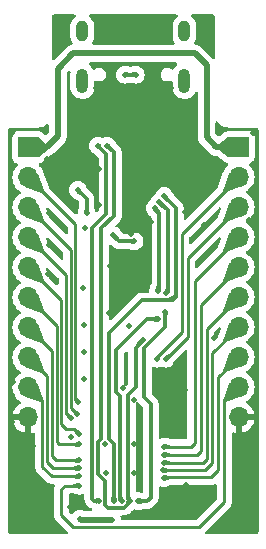
<source format=gbr>
%TF.GenerationSoftware,KiCad,Pcbnew,8.0.4*%
%TF.CreationDate,2024-08-26T12:07:15-05:00*%
%TF.ProjectId,iCEGenius,69434547-656e-4697-9573-2e6b69636164,rev?*%
%TF.SameCoordinates,Original*%
%TF.FileFunction,Copper,L4,Bot*%
%TF.FilePolarity,Positive*%
%FSLAX46Y46*%
G04 Gerber Fmt 4.6, Leading zero omitted, Abs format (unit mm)*
G04 Created by KiCad (PCBNEW 8.0.4) date 2024-08-26 12:07:15*
%MOMM*%
%LPD*%
G01*
G04 APERTURE LIST*
%TA.AperFunction,ComponentPad*%
%ADD10O,1.700000X1.700000*%
%TD*%
%TA.AperFunction,ComponentPad*%
%ADD11R,1.700000X1.700000*%
%TD*%
%TA.AperFunction,ComponentPad*%
%ADD12O,1.000000X1.800000*%
%TD*%
%TA.AperFunction,ComponentPad*%
%ADD13O,1.000000X2.100000*%
%TD*%
%TA.AperFunction,ViaPad*%
%ADD14C,0.500000*%
%TD*%
%TA.AperFunction,Conductor*%
%ADD15C,0.300000*%
%TD*%
%TA.AperFunction,Conductor*%
%ADD16C,0.250000*%
%TD*%
%TA.AperFunction,Conductor*%
%ADD17C,0.500000*%
%TD*%
%TA.AperFunction,Conductor*%
%ADD18C,0.200000*%
%TD*%
G04 APERTURE END LIST*
D10*
%TO.P,J3,10,Pin_10*%
%TO.N,GND*%
X164915000Y-111390000D03*
%TO.P,J3,9,Pin_9*%
%TO.N,IOL_5A_GBIN6*%
X164915000Y-108850000D03*
%TO.P,J3,8,Pin_8*%
%TO.N,IOR_34*%
X164915000Y-106310000D03*
%TO.P,J3,7,Pin_7*%
%TO.N,IOR_35_GBIN3*%
X164915000Y-103770000D03*
%TO.P,J3,6,Pin_6*%
%TO.N,IOR_36_GBIN2*%
X164915000Y-101230000D03*
%TO.P,J3,5,Pin_5*%
%TO.N,IOR_38*%
X164915000Y-98690000D03*
%TO.P,J3,4,Pin_4*%
%TO.N,IOR_39*%
X164915000Y-96150000D03*
%TO.P,J3,3,Pin_3*%
%TO.N,IOT_45*%
X164915000Y-93610000D03*
%TO.P,J3,2,Pin_2*%
%TO.N,IOT_47*%
X164915000Y-91070000D03*
D11*
%TO.P,J3,1,Pin_1*%
%TO.N,+3V3*%
X164915000Y-88530000D03*
%TD*%
D10*
%TO.P,J2,10,Pin_10*%
%TO.N,GND*%
X147115000Y-111410000D03*
%TO.P,J2,9,Pin_9*%
%TO.N,IOL_5B*%
X147115000Y-108870000D03*
%TO.P,J2,8,Pin_8*%
%TO.N,IOL_4B_GBIN7*%
X147115000Y-106330000D03*
%TO.P,J2,7,Pin_7*%
%TO.N,IOL_4A*%
X147115000Y-103790000D03*
%TO.P,J2,6,Pin_6*%
%TO.N,IOL_2A*%
X147115000Y-101250000D03*
%TO.P,J2,5,Pin_5*%
%TO.N,IOL_2B*%
X147115000Y-98710000D03*
%TO.P,J2,4,Pin_4*%
%TO.N,IOT_52*%
X147115000Y-96170000D03*
%TO.P,J2,3,Pin_3*%
%TO.N,IOT_53*%
X147115000Y-93630000D03*
%TO.P,J2,2,Pin_2*%
%TO.N,IOT_50_GBIN1*%
X147115000Y-91090000D03*
D11*
%TO.P,J2,1,Pin_1*%
%TO.N,+3V3*%
X147115000Y-88550000D03*
%TD*%
D12*
%TO.P,J1,S1,SHIELD*%
%TO.N,unconnected-(J1-SHIELD-PadS1)_2*%
X151680000Y-78720000D03*
D13*
%TO.N,unconnected-(J1-SHIELD-PadS1)_3*%
X151680000Y-82900000D03*
D12*
%TO.N,unconnected-(J1-SHIELD-PadS1)_1*%
X160320000Y-78720000D03*
D13*
%TO.N,unconnected-(J1-SHIELD-PadS1)*%
X160320000Y-82900000D03*
%TD*%
D14*
%TO.N,GND*%
X166100000Y-87300000D03*
X162500000Y-80000000D03*
X149500000Y-80500000D03*
X158300000Y-78200000D03*
X164800000Y-118900000D03*
X165000000Y-116600000D03*
X158000000Y-88300000D03*
X156100000Y-85400000D03*
X154600000Y-85100000D03*
X151800000Y-108200000D03*
X159600000Y-106800000D03*
X161200000Y-96100000D03*
X155900000Y-99900000D03*
X148800000Y-99300000D03*
X148900000Y-96800000D03*
X148900000Y-94100000D03*
X148700000Y-89500000D03*
X150700000Y-87100000D03*
X145700000Y-87300000D03*
X145800000Y-90100000D03*
X145800000Y-92500000D03*
X145800000Y-95200000D03*
X145700000Y-97400000D03*
X145800000Y-100500000D03*
X145800000Y-102700000D03*
X145700000Y-105600000D03*
X145800000Y-108400000D03*
X146000000Y-110100000D03*
X145700000Y-111800000D03*
X147500000Y-113800000D03*
X147500000Y-115900000D03*
X145900000Y-118900000D03*
X146100000Y-120500000D03*
X148600000Y-119400000D03*
X160800000Y-119800000D03*
X163400000Y-120300000D03*
X162100000Y-118200000D03*
X166000000Y-120600000D03*
X165600000Y-118000000D03*
X164700000Y-115200000D03*
X166200000Y-113600000D03*
X166100000Y-110300000D03*
X166100000Y-107600000D03*
X166000000Y-104900000D03*
X166100000Y-102400000D03*
X166000000Y-100100000D03*
X166100000Y-90000000D03*
X166000000Y-92200000D03*
X165800000Y-94700000D03*
X165800000Y-97500000D03*
X162300000Y-97600000D03*
X162000000Y-95100000D03*
X158700000Y-87500000D03*
X150700000Y-89300000D03*
X150800000Y-85100000D03*
X152200000Y-86600000D03*
X162200000Y-78400000D03*
X149700000Y-79000000D03*
X155100000Y-79100000D03*
X156900000Y-78300000D03*
X153100000Y-78400000D03*
X146300000Y-114000000D03*
X153900000Y-102600000D03*
%TO.N,+3V3*%
X151500103Y-120000103D03*
X154200000Y-120100000D03*
%TO.N,GND*%
X155700000Y-87700000D03*
%TO.N,CRESET_B*%
X153000000Y-88400000D03*
%TO.N,SS*%
X153800000Y-88400000D03*
%TO.N,MOSI*%
X158612107Y-92684867D03*
%TO.N,SCK*%
X158206053Y-93192433D03*
%TO.N,MISO*%
X157800000Y-93700000D03*
%TO.N,GND*%
X160500000Y-85200000D03*
X158000000Y-85700000D03*
X151800000Y-85100000D03*
X153500000Y-86300000D03*
X157600000Y-86500000D03*
X159900000Y-87500000D03*
X159500000Y-88400000D03*
X161300000Y-90600000D03*
X159700000Y-90600000D03*
X160400000Y-94000000D03*
X157500000Y-94900000D03*
X155800000Y-95900000D03*
X151900000Y-95400000D03*
X157100000Y-98100000D03*
X154000000Y-98600000D03*
X154900000Y-99000000D03*
X155900000Y-99000000D03*
%TO.N,MISO*%
X158100000Y-100700000D03*
%TO.N,SCK*%
X158800000Y-100900000D03*
%TO.N,GND*%
X156100000Y-109900000D03*
X151700000Y-100500000D03*
%TO.N,/CHIP_PU*%
X154300000Y-96000000D03*
X156100000Y-96500000D03*
%TO.N,+3V3*%
X151300000Y-92150000D03*
X152050000Y-94150000D03*
%TO.N,SS*%
X156800000Y-104900000D03*
%TO.N,SCK*%
X158700000Y-102500000D03*
%TO.N,MISO*%
X158100000Y-103100000D03*
%TO.N,MOSI*%
X159400000Y-101400000D03*
%TO.N,GND*%
X151800000Y-103600000D03*
X151800000Y-105900000D03*
X155600000Y-103700000D03*
X155100000Y-108900000D03*
X158900000Y-119100000D03*
X158400000Y-118500000D03*
X160500000Y-117100000D03*
X150600000Y-119000000D03*
X150900000Y-118300000D03*
X150700000Y-113100000D03*
X159400000Y-108800000D03*
X160400000Y-109100000D03*
X159000000Y-110500000D03*
X158700000Y-111900000D03*
X158900000Y-111300000D03*
X160000000Y-111900000D03*
X162800000Y-104700000D03*
X152800000Y-83500000D03*
X159200000Y-83500000D03*
%TO.N,USB_D+*%
X156200000Y-82400000D03*
X155300000Y-82400000D03*
%TO.N,GND*%
X156087502Y-116100000D03*
X153587500Y-113700001D03*
X156087500Y-113700001D03*
X153687501Y-116100000D03*
%TO.N,IOT_45*%
X158750000Y-106450000D03*
%TO.N,IOT_47*%
X158000000Y-106450000D03*
%TO.N,IOT_50_GBIN1*%
X151300000Y-110100000D03*
%TO.N,IOT_53*%
X151257372Y-111165577D03*
%TO.N,IOT_52*%
X150700000Y-111500000D03*
%TO.N,IOL_2B*%
X151387502Y-112800001D03*
%TO.N,IOL_2A*%
X151387500Y-113700001D03*
%TO.N,IOL_4A*%
X151387500Y-115049998D03*
%TO.N,IOL_4B_GBIN7*%
X151387502Y-115700001D03*
%TO.N,IOL_5B*%
X151387502Y-116400000D03*
%TO.N,IOL_5A_GBIN6*%
X151387500Y-117200000D03*
%TO.N,CRESET_B*%
X153054818Y-118499801D03*
%TO.N,MOSI*%
X154354795Y-118494688D03*
%TO.N,MISO*%
X155004776Y-118500069D03*
%TO.N,SS*%
X155687501Y-118500001D03*
%TO.N,SCK*%
X156387502Y-118500001D03*
%TO.N,IOR_34*%
X158587502Y-116550003D03*
%TO.N,IOR_35_GBIN3*%
X158546096Y-115900000D03*
%TO.N,IOR_36_GBIN2*%
X158594361Y-115241158D03*
%TO.N,IOR_38*%
X158587409Y-114591192D03*
%TO.N,IOR_39*%
X158587502Y-113900000D03*
%TO.N,GND*%
X153100000Y-90400000D03*
X156100000Y-90400000D03*
X156100000Y-93400000D03*
X153100000Y-93400000D03*
X149900000Y-90300000D03*
X150800000Y-90800000D03*
%TD*%
D15*
%TO.N,CRESET_B*%
X152699801Y-118499801D02*
X153054818Y-118499801D01*
X152500000Y-118300000D02*
X152699801Y-118499801D01*
X152500000Y-95400000D02*
X152500000Y-118300000D01*
X153721656Y-94178344D02*
X152500000Y-95400000D01*
X153000000Y-88400000D02*
X153721656Y-89121656D01*
X153721656Y-89121656D02*
X153721656Y-94178344D01*
%TO.N,SS*%
X155687501Y-118595162D02*
X155687501Y-118500001D01*
X153850069Y-119050069D02*
X155232594Y-119050069D01*
X153600000Y-118800000D02*
X153850069Y-119050069D01*
X153604818Y-118795182D02*
X153600000Y-118800000D01*
X153604818Y-116804818D02*
X153604818Y-118795182D01*
X154369054Y-94330946D02*
X153300000Y-95400000D01*
X155232594Y-119050069D02*
X155687501Y-118595162D01*
X153300000Y-95400000D02*
X153300000Y-113209683D01*
X153037500Y-116237500D02*
X153604818Y-116804818D01*
X153037500Y-113472183D02*
X153037500Y-116237500D01*
X153300000Y-113209683D02*
X153037500Y-113472183D01*
X153800000Y-88400000D02*
X154369054Y-88969054D01*
X154369054Y-88969054D02*
X154369054Y-94330946D01*
D16*
%TO.N,IOL_5B*%
X148300000Y-115600000D02*
X148300000Y-110055000D01*
X149100000Y-116400000D02*
X148300000Y-115600000D01*
X151387502Y-116400000D02*
X149100000Y-116400000D01*
X148300000Y-110055000D02*
X147115000Y-108870000D01*
%TO.N,IOL_4B_GBIN7*%
X148700000Y-107915000D02*
X147115000Y-106330000D01*
X148700000Y-115200000D02*
X148700000Y-107915000D01*
X151387502Y-115700001D02*
X149200001Y-115700001D01*
X149200001Y-115700001D02*
X148700000Y-115200000D01*
%TO.N,IOL_2A*%
X149500000Y-103635000D02*
X147115000Y-101250000D01*
X149500000Y-113500000D02*
X149500000Y-103635000D01*
X149700001Y-113700001D02*
X149500000Y-113500000D01*
X151387500Y-113700001D02*
X149700001Y-113700001D01*
D17*
%TO.N,+3V3*%
X151600000Y-120100000D02*
X151500103Y-120000103D01*
X154200000Y-120100000D02*
X151600000Y-120100000D01*
D16*
%TO.N,IOL_5A_GBIN6*%
X163700000Y-118600000D02*
X163700000Y-110065000D01*
X161600000Y-120700000D02*
X163700000Y-118600000D01*
X163700000Y-110065000D02*
X164915000Y-108850000D01*
X149900000Y-119700000D02*
X150900000Y-120700000D01*
X149900000Y-117500000D02*
X149900000Y-119700000D01*
X150900000Y-120700000D02*
X161600000Y-120700000D01*
X150200000Y-117200000D02*
X149900000Y-117500000D01*
X151387500Y-117200000D02*
X150200000Y-117200000D01*
D15*
%TO.N,MOSI*%
X158612107Y-92707198D02*
X158612107Y-92684867D01*
X159600000Y-93695091D02*
X158612107Y-92707198D01*
X159600000Y-93900000D02*
X159600000Y-93695091D01*
%TO.N,SCK*%
X158900000Y-93886380D02*
X158206053Y-93192433D01*
X158900000Y-94800000D02*
X158900000Y-93886380D01*
%TO.N,MOSI*%
X159600000Y-101200000D02*
X159600000Y-93900000D01*
X159400000Y-101400000D02*
X159600000Y-101200000D01*
%TO.N,MISO*%
X158200000Y-94100000D02*
X157800000Y-93700000D01*
X158200000Y-95000000D02*
X158200000Y-94100000D01*
%TO.N,SS*%
X155537502Y-109537498D02*
X156200000Y-108875000D01*
X155537502Y-118350002D02*
X155537502Y-109537498D01*
X155687501Y-118500001D02*
X155537502Y-118350002D01*
X156200000Y-108875000D02*
X156200000Y-105500000D01*
X156200000Y-105500000D02*
X156800000Y-104900000D01*
%TO.N,MISO*%
X158200000Y-100600000D02*
X158200000Y-95000000D01*
X158100000Y-100700000D02*
X158200000Y-100600000D01*
%TO.N,SCK*%
X158900000Y-100800000D02*
X158900000Y-94800000D01*
X158800000Y-100900000D02*
X158900000Y-100800000D01*
%TO.N,MISO*%
X154900000Y-118395293D02*
X155004776Y-118500069D01*
X157200000Y-103100000D02*
X154550000Y-105750000D01*
X154550000Y-105750000D02*
X154550000Y-109245224D01*
X158100000Y-103100000D02*
X157200000Y-103100000D01*
X154550000Y-109245224D02*
X154900000Y-109595224D01*
X154900000Y-109595224D02*
X154900000Y-118395293D01*
%TO.N,MOSI*%
X153900000Y-113234683D02*
X154354795Y-113689478D01*
X156700000Y-101500000D02*
X153900000Y-104300000D01*
X159300000Y-101500000D02*
X156700000Y-101500000D01*
X154354795Y-113689478D02*
X154354795Y-118494688D01*
X159400000Y-101400000D02*
X159300000Y-101500000D01*
X153900000Y-104300000D02*
X153900000Y-113234683D01*
D16*
%TO.N,IOT_50_GBIN1*%
X151100000Y-95075000D02*
X147115000Y-91090000D01*
X151100000Y-109900000D02*
X151100000Y-95075000D01*
X151200000Y-110000000D02*
X151100000Y-109900000D01*
%TO.N,IOT_53*%
X150700000Y-97215000D02*
X147115000Y-93630000D01*
X150700000Y-110608205D02*
X150700000Y-97215000D01*
X151257372Y-111165577D02*
X150700000Y-110608205D01*
%TO.N,IOT_52*%
X150300000Y-99355000D02*
X147115000Y-96170000D01*
X150300000Y-111100000D02*
X150300000Y-99355000D01*
X150700000Y-111500000D02*
X150300000Y-111100000D01*
D15*
%TO.N,/CHIP_PU*%
X154300000Y-96000000D02*
X154800000Y-96500000D01*
X154800000Y-96500000D02*
X156100000Y-96500000D01*
%TO.N,+3V3*%
X152050000Y-92900000D02*
X151300000Y-92150000D01*
X152050000Y-94150000D02*
X152050000Y-92900000D01*
D16*
%TO.N,IOL_2B*%
X149900000Y-112000000D02*
X149900000Y-101495000D01*
X149900000Y-101495000D02*
X147115000Y-98710000D01*
X150987501Y-112400000D02*
X150300000Y-112400000D01*
X151387502Y-112800001D02*
X150987501Y-112400000D01*
X150300000Y-112400000D02*
X149900000Y-112000000D01*
%TO.N,IOT_47*%
X160100000Y-104200000D02*
X160100000Y-95885000D01*
X160100000Y-95885000D02*
X164915000Y-91070000D01*
X158000000Y-106300000D02*
X160100000Y-104200000D01*
X158000000Y-106450000D02*
X158000000Y-106300000D01*
%TO.N,IOT_45*%
X160600000Y-97925000D02*
X164915000Y-93610000D01*
X160600000Y-104600000D02*
X160600000Y-97925000D01*
X158750000Y-106450000D02*
X160600000Y-104600000D01*
%TO.N,IOR_38*%
X161700000Y-101905000D02*
X164915000Y-98690000D01*
X161700000Y-114300000D02*
X161700000Y-101905000D01*
X161408808Y-114591192D02*
X161700000Y-114300000D01*
X158587409Y-114591192D02*
X161408808Y-114591192D01*
%TO.N,IOR_39*%
X161200000Y-113600000D02*
X161200000Y-99865000D01*
X160900000Y-113900000D02*
X161200000Y-113600000D01*
X161200000Y-99865000D02*
X164915000Y-96150000D01*
X158587502Y-113900000D02*
X160900000Y-113900000D01*
%TO.N,IOR_35_GBIN3*%
X162700000Y-105985000D02*
X164915000Y-103770000D01*
X162700000Y-115300000D02*
X162700000Y-105985000D01*
X158546096Y-115900000D02*
X162100000Y-115900000D01*
X162100000Y-115900000D02*
X162700000Y-115300000D01*
%TO.N,IOR_36_GBIN2*%
X162200000Y-103945000D02*
X164915000Y-101230000D01*
X162200000Y-114900000D02*
X162200000Y-103945000D01*
X158594361Y-115241158D02*
X161858842Y-115241158D01*
X161858842Y-115241158D02*
X162200000Y-114900000D01*
%TO.N,IOR_34*%
X163200000Y-108025000D02*
X164915000Y-106310000D01*
X158723914Y-116500000D02*
X162600000Y-116500000D01*
X163200000Y-115900000D02*
X163200000Y-108025000D01*
D15*
X158673911Y-116550003D02*
X158723914Y-116500000D01*
X158587502Y-116550003D02*
X158673911Y-116550003D01*
D16*
X162600000Y-116500000D02*
X163200000Y-115900000D01*
D18*
%TO.N,IOT_50_GBIN1*%
X151300000Y-110100000D02*
X151200000Y-110000000D01*
D17*
%TO.N,+3V3*%
X148650000Y-88550000D02*
X147115000Y-88550000D01*
X149600000Y-87600000D02*
X148650000Y-88550000D01*
X149600000Y-81900000D02*
X149600000Y-87600000D01*
X163030000Y-88530000D02*
X162200000Y-87700000D01*
X150900000Y-80600000D02*
X149600000Y-81900000D01*
X161200000Y-80600000D02*
X150900000Y-80600000D01*
X164915000Y-88530000D02*
X163030000Y-88530000D01*
X162200000Y-81600000D02*
X161200000Y-80600000D01*
X162200000Y-87700000D02*
X162200000Y-81600000D01*
D16*
%TO.N,IOL_4A*%
X149100000Y-105775000D02*
X147115000Y-103790000D01*
X149100000Y-114700000D02*
X149100000Y-105775000D01*
X151387500Y-115049998D02*
X149449998Y-115049998D01*
X149449998Y-115049998D02*
X149100000Y-114700000D01*
%TO.N,USB_D+*%
X155300000Y-82400000D02*
X156200000Y-82400000D01*
D15*
%TO.N,SCK*%
X157500000Y-118200000D02*
X157199999Y-118500001D01*
X157199999Y-118500001D02*
X156387502Y-118500001D01*
X156900000Y-105577818D02*
X156900000Y-109700000D01*
X158700000Y-103777818D02*
X156900000Y-105577818D01*
X157500000Y-110300000D02*
X157500000Y-118200000D01*
X158700000Y-102500000D02*
X158700000Y-103777818D01*
X156900000Y-109700000D02*
X157500000Y-110300000D01*
%TD*%
%TA.AperFunction,Conductor*%
%TO.N,GND*%
G36*
X148777808Y-86575750D02*
G01*
X148830287Y-86621877D01*
X148849500Y-86688177D01*
X148849500Y-87237769D01*
X148829815Y-87304808D01*
X148813181Y-87325451D01*
X148656310Y-87482321D01*
X148594987Y-87515805D01*
X148525295Y-87510821D01*
X148486158Y-87487237D01*
X148309462Y-87329866D01*
X148304096Y-87325451D01*
X148299701Y-87321834D01*
X148278929Y-87304742D01*
X148275662Y-87302929D01*
X148260182Y-87294339D01*
X148246043Y-87285184D01*
X148207331Y-87256204D01*
X148167617Y-87241391D01*
X148157225Y-87236602D01*
X148157135Y-87236797D01*
X148153128Y-87234934D01*
X148153118Y-87234929D01*
X148145336Y-87231966D01*
X148142736Y-87231243D01*
X148138715Y-87230125D01*
X148128605Y-87226840D01*
X148072485Y-87205909D01*
X148072483Y-87205908D01*
X148012883Y-87199501D01*
X148012881Y-87199500D01*
X148012873Y-87199500D01*
X148012864Y-87199500D01*
X146217129Y-87199500D01*
X146217123Y-87199501D01*
X146157516Y-87205908D01*
X146022671Y-87256202D01*
X146022664Y-87256206D01*
X145907455Y-87342452D01*
X145907452Y-87342455D01*
X145821206Y-87457664D01*
X145821202Y-87457671D01*
X145770908Y-87592517D01*
X145764501Y-87652116D01*
X145764500Y-87652135D01*
X145764500Y-89447870D01*
X145764501Y-89447876D01*
X145770908Y-89507483D01*
X145821202Y-89642328D01*
X145821206Y-89642335D01*
X145907452Y-89757544D01*
X145907455Y-89757547D01*
X146022664Y-89843793D01*
X146022671Y-89843797D01*
X146154081Y-89892810D01*
X146210015Y-89934681D01*
X146234432Y-90000145D01*
X146219580Y-90068418D01*
X146198430Y-90096673D01*
X146076503Y-90218600D01*
X145940965Y-90412169D01*
X145940964Y-90412171D01*
X145841098Y-90626335D01*
X145841094Y-90626344D01*
X145779938Y-90854586D01*
X145779936Y-90854596D01*
X145759341Y-91089999D01*
X145759341Y-91090000D01*
X145779936Y-91325403D01*
X145779938Y-91325413D01*
X145841094Y-91553655D01*
X145841096Y-91553659D01*
X145841097Y-91553663D01*
X145905473Y-91691718D01*
X145940965Y-91767830D01*
X145940967Y-91767834D01*
X146010501Y-91867138D01*
X146074476Y-91958504D01*
X146076501Y-91961395D01*
X146076506Y-91961402D01*
X146243597Y-92128493D01*
X146243603Y-92128498D01*
X146429158Y-92258425D01*
X146472783Y-92313002D01*
X146479977Y-92382500D01*
X146448454Y-92444855D01*
X146429158Y-92461575D01*
X146243597Y-92591505D01*
X146076505Y-92758597D01*
X145940965Y-92952169D01*
X145940964Y-92952171D01*
X145841098Y-93166335D01*
X145841094Y-93166344D01*
X145779938Y-93394586D01*
X145779936Y-93394596D01*
X145759341Y-93629999D01*
X145759341Y-93630000D01*
X145779936Y-93865403D01*
X145779938Y-93865413D01*
X145841094Y-94093655D01*
X145841096Y-94093659D01*
X145841097Y-94093663D01*
X145876644Y-94169893D01*
X145940965Y-94307830D01*
X145940967Y-94307834D01*
X146046493Y-94458539D01*
X146060495Y-94478537D01*
X146076501Y-94501395D01*
X146076506Y-94501402D01*
X146243597Y-94668493D01*
X146243603Y-94668498D01*
X146429158Y-94798425D01*
X146472783Y-94853002D01*
X146479977Y-94922500D01*
X146448454Y-94984855D01*
X146429158Y-95001575D01*
X146243597Y-95131505D01*
X146076505Y-95298597D01*
X145940965Y-95492169D01*
X145940964Y-95492171D01*
X145841098Y-95706335D01*
X145841094Y-95706344D01*
X145779938Y-95934586D01*
X145779936Y-95934596D01*
X145759341Y-96169999D01*
X145759341Y-96170000D01*
X145779936Y-96405403D01*
X145779938Y-96405413D01*
X145841094Y-96633655D01*
X145841096Y-96633659D01*
X145841097Y-96633663D01*
X145905473Y-96771718D01*
X145940965Y-96847830D01*
X145940967Y-96847834D01*
X146027838Y-96971898D01*
X146074476Y-97038504D01*
X146076501Y-97041395D01*
X146076506Y-97041402D01*
X146243597Y-97208493D01*
X146243603Y-97208498D01*
X146429158Y-97338425D01*
X146472783Y-97393002D01*
X146479977Y-97462500D01*
X146448454Y-97524855D01*
X146429158Y-97541575D01*
X146243597Y-97671505D01*
X146076505Y-97838597D01*
X145940965Y-98032169D01*
X145940964Y-98032171D01*
X145841098Y-98246335D01*
X145841094Y-98246344D01*
X145779938Y-98474586D01*
X145779936Y-98474596D01*
X145759341Y-98709999D01*
X145759341Y-98710000D01*
X145779936Y-98945403D01*
X145779938Y-98945413D01*
X145841094Y-99173655D01*
X145841096Y-99173659D01*
X145841097Y-99173663D01*
X145905473Y-99311718D01*
X145940965Y-99387830D01*
X145940967Y-99387834D01*
X146027838Y-99511898D01*
X146074476Y-99578504D01*
X146076501Y-99581395D01*
X146076506Y-99581402D01*
X146243597Y-99748493D01*
X146243603Y-99748498D01*
X146429158Y-99878425D01*
X146472783Y-99933002D01*
X146479977Y-100002500D01*
X146448454Y-100064855D01*
X146429158Y-100081575D01*
X146243597Y-100211505D01*
X146076505Y-100378597D01*
X145940965Y-100572169D01*
X145940964Y-100572171D01*
X145841098Y-100786335D01*
X145841094Y-100786344D01*
X145779938Y-101014586D01*
X145779936Y-101014596D01*
X145759341Y-101249999D01*
X145759341Y-101250000D01*
X145779936Y-101485403D01*
X145779938Y-101485413D01*
X145841094Y-101713655D01*
X145841096Y-101713659D01*
X145841097Y-101713663D01*
X145871608Y-101779094D01*
X145940965Y-101927830D01*
X145940967Y-101927834D01*
X146027839Y-102051899D01*
X146060495Y-102098537D01*
X146076501Y-102121395D01*
X146076506Y-102121402D01*
X146243597Y-102288493D01*
X146243603Y-102288498D01*
X146429158Y-102418425D01*
X146472783Y-102473002D01*
X146479977Y-102542500D01*
X146448454Y-102604855D01*
X146429158Y-102621575D01*
X146243597Y-102751505D01*
X146076505Y-102918597D01*
X145940965Y-103112169D01*
X145940964Y-103112171D01*
X145841098Y-103326335D01*
X145841094Y-103326344D01*
X145779938Y-103554586D01*
X145779936Y-103554596D01*
X145759341Y-103789999D01*
X145759341Y-103790000D01*
X145779936Y-104025403D01*
X145779938Y-104025413D01*
X145841094Y-104253655D01*
X145841096Y-104253659D01*
X145841097Y-104253663D01*
X145841931Y-104255451D01*
X145940965Y-104467830D01*
X145940967Y-104467834D01*
X146076501Y-104661395D01*
X146076506Y-104661402D01*
X146243597Y-104828493D01*
X146243603Y-104828498D01*
X146429158Y-104958425D01*
X146472783Y-105013002D01*
X146479977Y-105082500D01*
X146448454Y-105144855D01*
X146429158Y-105161575D01*
X146243597Y-105291505D01*
X146076505Y-105458597D01*
X145940965Y-105652169D01*
X145940964Y-105652171D01*
X145841098Y-105866335D01*
X145841094Y-105866344D01*
X145779938Y-106094586D01*
X145779936Y-106094596D01*
X145759341Y-106329999D01*
X145759341Y-106330000D01*
X145779936Y-106565403D01*
X145779938Y-106565413D01*
X145841094Y-106793655D01*
X145841096Y-106793659D01*
X145841097Y-106793663D01*
X145900424Y-106920890D01*
X145940965Y-107007830D01*
X145940967Y-107007834D01*
X146076501Y-107201395D01*
X146076506Y-107201402D01*
X146243597Y-107368493D01*
X146243603Y-107368498D01*
X146429158Y-107498425D01*
X146472783Y-107553002D01*
X146479977Y-107622500D01*
X146448454Y-107684855D01*
X146429158Y-107701575D01*
X146243597Y-107831505D01*
X146076505Y-107998597D01*
X145940965Y-108192169D01*
X145940964Y-108192171D01*
X145841098Y-108406335D01*
X145841094Y-108406344D01*
X145779938Y-108634586D01*
X145779936Y-108634596D01*
X145759341Y-108869999D01*
X145759341Y-108870000D01*
X145779936Y-109105403D01*
X145779938Y-109105413D01*
X145841094Y-109333655D01*
X145841096Y-109333659D01*
X145841097Y-109333663D01*
X145862328Y-109379192D01*
X145940965Y-109547830D01*
X145940967Y-109547834D01*
X145963202Y-109579588D01*
X146076505Y-109741401D01*
X146243599Y-109908495D01*
X146424909Y-110035450D01*
X146429594Y-110038730D01*
X146473219Y-110093307D01*
X146480413Y-110162805D01*
X146448890Y-110225160D01*
X146429595Y-110241880D01*
X146243922Y-110371890D01*
X146243920Y-110371891D01*
X146076891Y-110538920D01*
X146076886Y-110538926D01*
X145941400Y-110732420D01*
X145941399Y-110732422D01*
X145841570Y-110946507D01*
X145841567Y-110946513D01*
X145784364Y-111159999D01*
X145784364Y-111160000D01*
X146681988Y-111160000D01*
X146649075Y-111217007D01*
X146615000Y-111344174D01*
X146615000Y-111475826D01*
X146649075Y-111602993D01*
X146681988Y-111660000D01*
X145784364Y-111660000D01*
X145841567Y-111873486D01*
X145841570Y-111873492D01*
X145941399Y-112087578D01*
X146076894Y-112281082D01*
X146243917Y-112448105D01*
X146437421Y-112583600D01*
X146651507Y-112683429D01*
X146651516Y-112683433D01*
X146865000Y-112740634D01*
X146865000Y-111843012D01*
X146922007Y-111875925D01*
X147049174Y-111910000D01*
X147180826Y-111910000D01*
X147307993Y-111875925D01*
X147365000Y-111843012D01*
X147365000Y-112740633D01*
X147518407Y-112699530D01*
X147588257Y-112701193D01*
X147646119Y-112740356D01*
X147673623Y-112804584D01*
X147674500Y-112819305D01*
X147674500Y-115538393D01*
X147674500Y-115661607D01*
X147674500Y-115661609D01*
X147674499Y-115661609D01*
X147682235Y-115700495D01*
X147682235Y-115700497D01*
X147698535Y-115782446D01*
X147698539Y-115782458D01*
X147706350Y-115801314D01*
X147706351Y-115801317D01*
X147745685Y-115896281D01*
X147745690Y-115896290D01*
X147763896Y-115923536D01*
X147763897Y-115923537D01*
X147814141Y-115998732D01*
X147814144Y-115998736D01*
X147905586Y-116090178D01*
X147905608Y-116090198D01*
X148611016Y-116795606D01*
X148611045Y-116795637D01*
X148701263Y-116885855D01*
X148701267Y-116885858D01*
X148767314Y-116929989D01*
X148803715Y-116954312D01*
X148866594Y-116980357D01*
X148917548Y-117001463D01*
X148959880Y-117009883D01*
X149038391Y-117025499D01*
X149038392Y-117025500D01*
X149038393Y-117025500D01*
X149038394Y-117025500D01*
X149234064Y-117025500D01*
X149301103Y-117045185D01*
X149346858Y-117097989D01*
X149356802Y-117167147D01*
X149346821Y-117197590D01*
X149348019Y-117198086D01*
X149314023Y-117280161D01*
X149314023Y-117280162D01*
X149298538Y-117317545D01*
X149298535Y-117317555D01*
X149274500Y-117438389D01*
X149274500Y-117438394D01*
X149274500Y-119638393D01*
X149274500Y-119761607D01*
X149281237Y-119795477D01*
X149298265Y-119881087D01*
X149298271Y-119881117D01*
X149298270Y-119881117D01*
X149298534Y-119882441D01*
X149298539Y-119882459D01*
X149345685Y-119996280D01*
X149345690Y-119996289D01*
X149379914Y-120047507D01*
X149379915Y-120047509D01*
X149414140Y-120098731D01*
X149414141Y-120098732D01*
X149414142Y-120098733D01*
X149501267Y-120185858D01*
X149501268Y-120185858D01*
X149508335Y-120192925D01*
X149508334Y-120192925D01*
X149508338Y-120192928D01*
X150403226Y-121087818D01*
X150436711Y-121149141D01*
X150431727Y-121218833D01*
X150389855Y-121274766D01*
X150324391Y-121299183D01*
X150315545Y-121299499D01*
X145609757Y-121299499D01*
X145590359Y-121297972D01*
X145557749Y-121292807D01*
X145520855Y-121280820D01*
X145500233Y-121270312D01*
X145468849Y-121247510D01*
X145452488Y-121231148D01*
X145429687Y-121199766D01*
X145419178Y-121179141D01*
X145407193Y-121142251D01*
X145402025Y-121109623D01*
X145400500Y-121090236D01*
X145400500Y-87109754D01*
X145402025Y-87090369D01*
X145407192Y-87057743D01*
X145419177Y-87020857D01*
X145429687Y-87000230D01*
X145452486Y-86968851D01*
X145468851Y-86952486D01*
X145500230Y-86929687D01*
X145520857Y-86919177D01*
X145557744Y-86907192D01*
X145590376Y-86902024D01*
X145609762Y-86900499D01*
X145647595Y-86900499D01*
X147748637Y-86900499D01*
X147748643Y-86900500D01*
X147800001Y-86900499D01*
X147800001Y-86900500D01*
X147902353Y-86900499D01*
X148104535Y-86868477D01*
X148299219Y-86805220D01*
X148481611Y-86712287D01*
X148647219Y-86591965D01*
X148647221Y-86591962D01*
X148651160Y-86589101D01*
X148652263Y-86590619D01*
X148708722Y-86565317D01*
X148777808Y-86575750D01*
G37*
%TD.AperFunction*%
%TA.AperFunction,Conductor*%
G36*
X163155703Y-86380670D02*
G01*
X163174814Y-86401493D01*
X163208035Y-86447217D01*
X163352782Y-86591964D01*
X163518390Y-86712286D01*
X163700782Y-86805219D01*
X163895466Y-86868476D01*
X164097648Y-86900499D01*
X164160438Y-86900499D01*
X166352405Y-86900499D01*
X166390244Y-86900499D01*
X166409630Y-86902024D01*
X166442255Y-86907191D01*
X166479141Y-86919175D01*
X166499767Y-86929684D01*
X166531151Y-86952487D01*
X166547511Y-86968847D01*
X166570315Y-87000233D01*
X166580821Y-87020852D01*
X166592809Y-87057747D01*
X166597973Y-87090355D01*
X166599500Y-87109748D01*
X166599500Y-121090244D01*
X166597973Y-121109644D01*
X166592808Y-121142251D01*
X166580820Y-121179146D01*
X166570314Y-121199765D01*
X166547510Y-121231151D01*
X166531151Y-121247510D01*
X166499765Y-121270314D01*
X166479146Y-121280820D01*
X166442251Y-121292808D01*
X166429990Y-121294750D01*
X166409644Y-121297972D01*
X166390250Y-121299499D01*
X162184452Y-121299499D01*
X162117413Y-121279814D01*
X162071658Y-121227010D01*
X162061714Y-121157852D01*
X162090739Y-121094296D01*
X162096771Y-121087818D01*
X162132185Y-121052404D01*
X164185857Y-118998734D01*
X164187714Y-118995956D01*
X164254311Y-118896286D01*
X164301463Y-118782452D01*
X164308133Y-118748919D01*
X164325500Y-118661607D01*
X164325500Y-118538394D01*
X164325500Y-112791267D01*
X164345185Y-112724228D01*
X164397989Y-112678473D01*
X164467147Y-112668529D01*
X164481593Y-112671492D01*
X164665000Y-112720634D01*
X164665000Y-111823012D01*
X164722007Y-111855925D01*
X164849174Y-111890000D01*
X164980826Y-111890000D01*
X165107993Y-111855925D01*
X165165000Y-111823012D01*
X165165000Y-112720633D01*
X165378483Y-112663433D01*
X165378492Y-112663429D01*
X165592578Y-112563600D01*
X165786082Y-112428105D01*
X165953105Y-112261082D01*
X166088600Y-112067578D01*
X166188429Y-111853492D01*
X166188432Y-111853486D01*
X166245636Y-111640000D01*
X165348012Y-111640000D01*
X165380925Y-111582993D01*
X165415000Y-111455826D01*
X165415000Y-111324174D01*
X165380925Y-111197007D01*
X165348012Y-111140000D01*
X166245636Y-111140000D01*
X166245635Y-111139999D01*
X166188432Y-110926513D01*
X166188429Y-110926507D01*
X166088600Y-110712422D01*
X166088599Y-110712420D01*
X165953113Y-110518926D01*
X165953108Y-110518920D01*
X165786082Y-110351894D01*
X165600404Y-110221880D01*
X165556779Y-110167303D01*
X165549587Y-110097804D01*
X165581109Y-110035450D01*
X165600399Y-110018734D01*
X165786401Y-109888495D01*
X165953495Y-109721401D01*
X166089035Y-109527830D01*
X166188903Y-109313663D01*
X166250063Y-109085408D01*
X166270659Y-108850000D01*
X166250063Y-108614592D01*
X166188903Y-108386337D01*
X166089035Y-108172171D01*
X165953495Y-107978599D01*
X165953494Y-107978597D01*
X165786402Y-107811506D01*
X165786401Y-107811505D01*
X165600839Y-107681573D01*
X165557216Y-107626997D01*
X165550023Y-107557498D01*
X165581545Y-107495144D01*
X165600831Y-107478432D01*
X165786401Y-107348495D01*
X165953495Y-107181401D01*
X166089035Y-106987830D01*
X166188903Y-106773663D01*
X166250063Y-106545408D01*
X166270659Y-106310000D01*
X166250063Y-106074592D01*
X166203626Y-105901285D01*
X166188905Y-105846344D01*
X166188904Y-105846343D01*
X166188903Y-105846337D01*
X166089035Y-105632171D01*
X166057845Y-105587626D01*
X165953494Y-105438597D01*
X165786402Y-105271506D01*
X165786401Y-105271505D01*
X165600839Y-105141573D01*
X165557216Y-105086997D01*
X165550023Y-105017498D01*
X165581545Y-104955144D01*
X165600831Y-104938432D01*
X165786401Y-104808495D01*
X165953495Y-104641401D01*
X166089035Y-104447830D01*
X166188903Y-104233663D01*
X166250063Y-104005408D01*
X166270659Y-103770000D01*
X166250063Y-103534592D01*
X166188903Y-103306337D01*
X166089035Y-103092171D01*
X166051831Y-103039037D01*
X165953494Y-102898597D01*
X165786402Y-102731506D01*
X165786401Y-102731505D01*
X165649359Y-102635547D01*
X165600839Y-102601573D01*
X165557216Y-102546997D01*
X165550023Y-102477498D01*
X165581545Y-102415144D01*
X165600831Y-102398432D01*
X165786401Y-102268495D01*
X165953495Y-102101401D01*
X166089035Y-101907830D01*
X166188903Y-101693663D01*
X166250063Y-101465408D01*
X166270659Y-101230000D01*
X166250063Y-100994592D01*
X166188903Y-100766337D01*
X166089035Y-100552171D01*
X165974920Y-100389196D01*
X165953494Y-100358597D01*
X165786402Y-100191506D01*
X165786401Y-100191505D01*
X165768915Y-100179261D01*
X165600839Y-100061573D01*
X165557216Y-100006997D01*
X165550023Y-99937498D01*
X165581545Y-99875144D01*
X165600831Y-99858432D01*
X165786401Y-99728495D01*
X165953495Y-99561401D01*
X166089035Y-99367830D01*
X166188903Y-99153663D01*
X166250063Y-98925408D01*
X166270659Y-98690000D01*
X166250063Y-98454592D01*
X166188903Y-98226337D01*
X166089035Y-98012171D01*
X166042386Y-97945548D01*
X165953494Y-97818597D01*
X165786402Y-97651506D01*
X165786401Y-97651505D01*
X165600839Y-97521573D01*
X165557216Y-97466997D01*
X165550023Y-97397498D01*
X165581545Y-97335144D01*
X165600831Y-97318432D01*
X165786401Y-97188495D01*
X165953495Y-97021401D01*
X166089035Y-96827830D01*
X166188903Y-96613663D01*
X166250063Y-96385408D01*
X166270659Y-96150000D01*
X166250063Y-95914592D01*
X166188903Y-95686337D01*
X166089035Y-95472171D01*
X165993640Y-95335931D01*
X165953494Y-95278597D01*
X165786402Y-95111506D01*
X165786401Y-95111505D01*
X165646284Y-95013394D01*
X165600839Y-94981573D01*
X165557216Y-94926997D01*
X165550023Y-94857498D01*
X165581545Y-94795144D01*
X165600831Y-94778432D01*
X165786401Y-94648495D01*
X165953495Y-94481401D01*
X166089035Y-94287830D01*
X166188903Y-94073663D01*
X166250063Y-93845408D01*
X166270659Y-93610000D01*
X166250063Y-93374592D01*
X166188903Y-93146337D01*
X166089035Y-92932171D01*
X166041821Y-92864741D01*
X165953494Y-92738597D01*
X165786402Y-92571506D01*
X165786401Y-92571505D01*
X165643909Y-92471731D01*
X165600839Y-92441573D01*
X165557216Y-92386997D01*
X165550023Y-92317498D01*
X165581545Y-92255144D01*
X165600831Y-92238432D01*
X165786401Y-92108495D01*
X165953495Y-91941401D01*
X166089035Y-91747830D01*
X166188903Y-91533663D01*
X166250063Y-91305408D01*
X166270659Y-91070000D01*
X166250063Y-90834592D01*
X166188903Y-90606337D01*
X166089035Y-90392171D01*
X165953495Y-90198599D01*
X165831567Y-90076671D01*
X165798084Y-90015351D01*
X165803068Y-89945659D01*
X165844939Y-89889725D01*
X165875915Y-89872810D01*
X166007331Y-89823796D01*
X166122546Y-89737546D01*
X166208796Y-89622331D01*
X166259091Y-89487483D01*
X166265500Y-89427873D01*
X166265499Y-87632128D01*
X166259091Y-87572517D01*
X166216256Y-87457671D01*
X166208797Y-87437671D01*
X166208793Y-87437664D01*
X166122547Y-87322455D01*
X166122544Y-87322452D01*
X166007335Y-87236206D01*
X166007328Y-87236202D01*
X165872482Y-87185908D01*
X165872483Y-87185908D01*
X165812883Y-87179501D01*
X165812881Y-87179500D01*
X165812873Y-87179500D01*
X165812865Y-87179500D01*
X164106008Y-87179500D01*
X164098137Y-87179250D01*
X164097308Y-87179197D01*
X164089624Y-87179500D01*
X164017131Y-87179500D01*
X164017122Y-87179501D01*
X163957518Y-87185908D01*
X163925440Y-87197872D01*
X163915841Y-87201012D01*
X163893603Y-87207297D01*
X163893597Y-87207300D01*
X163882114Y-87213160D01*
X163869091Y-87218889D01*
X163822665Y-87236205D01*
X163800557Y-87252756D01*
X163782614Y-87263937D01*
X163765442Y-87272700D01*
X163765436Y-87272703D01*
X163304795Y-87597861D01*
X163238675Y-87620440D01*
X163170843Y-87603687D01*
X163145606Y-87584238D01*
X162986819Y-87425451D01*
X162953334Y-87364128D01*
X162950500Y-87337770D01*
X162950500Y-86474383D01*
X162970185Y-86407344D01*
X163022989Y-86361589D01*
X163092147Y-86351645D01*
X163155703Y-86380670D01*
G37*
%TD.AperFunction*%
%TA.AperFunction,Conductor*%
G36*
X163025635Y-117067291D02*
G01*
X163067039Y-117123571D01*
X163074500Y-117165935D01*
X163074500Y-118289547D01*
X163054815Y-118356586D01*
X163038181Y-118377228D01*
X161377229Y-120038181D01*
X161315906Y-120071666D01*
X161289548Y-120074500D01*
X155063188Y-120074500D01*
X154996149Y-120054815D01*
X154950394Y-120002011D01*
X154939968Y-119964384D01*
X154936313Y-119931941D01*
X154933483Y-119923855D01*
X154928671Y-119910101D01*
X154924094Y-119893332D01*
X154921660Y-119881095D01*
X154921658Y-119881088D01*
X154917902Y-119872019D01*
X154910435Y-119802549D01*
X154941711Y-119740071D01*
X155001801Y-119704420D01*
X155032464Y-119700569D01*
X155296665Y-119700569D01*
X155381209Y-119683751D01*
X155422338Y-119675570D01*
X155540721Y-119626534D01*
X155548120Y-119621589D01*
X155548130Y-119621586D01*
X155548129Y-119621585D01*
X155622311Y-119572018D01*
X155647263Y-119555346D01*
X155810222Y-119392385D01*
X155830424Y-119376036D01*
X155837960Y-119371148D01*
X155862729Y-119349500D01*
X156002803Y-119227071D01*
X156066233Y-119197774D01*
X156125361Y-119203394D01*
X156219441Y-119236314D01*
X156387499Y-119255250D01*
X156387502Y-119255250D01*
X156387505Y-119255250D01*
X156555554Y-119236315D01*
X156555554Y-119236314D01*
X156555561Y-119236314D01*
X156576178Y-119229099D01*
X156592768Y-119224559D01*
X156819710Y-119179113D01*
X156950533Y-119152915D01*
X156974881Y-119150501D01*
X157264070Y-119150501D01*
X157348614Y-119133683D01*
X157389743Y-119125502D01*
X157508126Y-119076466D01*
X157511068Y-119074500D01*
X157614668Y-119005278D01*
X158005276Y-118614670D01*
X158040870Y-118561398D01*
X158076464Y-118508129D01*
X158076465Y-118508127D01*
X158125501Y-118389744D01*
X158130608Y-118364069D01*
X158150500Y-118264069D01*
X158150500Y-117366971D01*
X158170185Y-117299932D01*
X158222989Y-117254177D01*
X158292147Y-117244233D01*
X158315452Y-117249928D01*
X158327595Y-117254177D01*
X158419445Y-117286317D01*
X158587499Y-117305252D01*
X158587502Y-117305252D01*
X158587505Y-117305252D01*
X158755557Y-117286317D01*
X158755559Y-117286316D01*
X158755561Y-117286316D01*
X158838248Y-117257382D01*
X158850449Y-117253804D01*
X158879747Y-117246827D01*
X159164554Y-117134189D01*
X159210156Y-117125500D01*
X162661608Y-117125500D01*
X162661608Y-117125499D01*
X162724726Y-117112945D01*
X162724727Y-117112945D01*
X162744324Y-117109046D01*
X162782452Y-117101463D01*
X162815792Y-117087652D01*
X162896286Y-117054312D01*
X162896286Y-117054311D01*
X162901916Y-117051980D01*
X162902890Y-117054333D01*
X162960376Y-117042329D01*
X163025635Y-117067291D01*
G37*
%TD.AperFunction*%
%TA.AperFunction,Conductor*%
G36*
X150818735Y-117829550D02*
G01*
X151153838Y-117917377D01*
X151153867Y-117917384D01*
X151176916Y-117922970D01*
X151176899Y-117923037D01*
X151193341Y-117927181D01*
X151219439Y-117936313D01*
X151387497Y-117955249D01*
X151387500Y-117955249D01*
X151387503Y-117955249D01*
X151488335Y-117943887D01*
X151555559Y-117936313D01*
X151649727Y-117903362D01*
X151684546Y-117891179D01*
X151754324Y-117887618D01*
X151814952Y-117922347D01*
X151847179Y-117984340D01*
X151849500Y-118008221D01*
X151849500Y-118364068D01*
X151849499Y-118364070D01*
X151871304Y-118473682D01*
X151874499Y-118489744D01*
X151894650Y-118538394D01*
X151923535Y-118608127D01*
X151959271Y-118661610D01*
X151994726Y-118714673D01*
X152285128Y-119005075D01*
X152285131Y-119005077D01*
X152358898Y-119054366D01*
X152391674Y-119076266D01*
X152475382Y-119110939D01*
X152529785Y-119154780D01*
X152551850Y-119221074D01*
X152534571Y-119288773D01*
X152483434Y-119336384D01*
X152427929Y-119349500D01*
X151913750Y-119349500D01*
X151861590Y-119336434D01*
X151861213Y-119337345D01*
X151855445Y-119334955D01*
X151836944Y-119325396D01*
X151827794Y-119319647D01*
X151771116Y-119299815D01*
X151764617Y-119297334D01*
X151719018Y-119278446D01*
X151719010Y-119278443D01*
X151706755Y-119276005D01*
X151690005Y-119271433D01*
X151668162Y-119263790D01*
X151668160Y-119263789D01*
X151668158Y-119263789D01*
X151668156Y-119263788D01*
X151620713Y-119258443D01*
X151610406Y-119256840D01*
X151574023Y-119249603D01*
X151574020Y-119249603D01*
X151549213Y-119249603D01*
X151535329Y-119248823D01*
X151500105Y-119244854D01*
X151500101Y-119244854D01*
X151464877Y-119248823D01*
X151450993Y-119249603D01*
X151426182Y-119249603D01*
X151389801Y-119256840D01*
X151379494Y-119258443D01*
X151332049Y-119263788D01*
X151332038Y-119263791D01*
X151310187Y-119271436D01*
X151293439Y-119276008D01*
X151281190Y-119278445D01*
X151281189Y-119278445D01*
X151235581Y-119297336D01*
X151229087Y-119299815D01*
X151172412Y-119319646D01*
X151163257Y-119325399D01*
X151144754Y-119334959D01*
X151144611Y-119335017D01*
X151144606Y-119335020D01*
X151093356Y-119369263D01*
X151090442Y-119371152D01*
X151029214Y-119409625D01*
X151029213Y-119409626D01*
X151021690Y-119417148D01*
X151021689Y-119417148D01*
X150917148Y-119521689D01*
X150917148Y-119521690D01*
X150909626Y-119529213D01*
X150909625Y-119529214D01*
X150878199Y-119579227D01*
X150825863Y-119625517D01*
X150756810Y-119636164D01*
X150692962Y-119607788D01*
X150685525Y-119600934D01*
X150561819Y-119477228D01*
X150528334Y-119415905D01*
X150525500Y-119389547D01*
X150525500Y-117949500D01*
X150545185Y-117882461D01*
X150597989Y-117836706D01*
X150649500Y-117825500D01*
X150787299Y-117825500D01*
X150818735Y-117829550D01*
G37*
%TD.AperFunction*%
%TA.AperFunction,Conductor*%
G36*
X156393205Y-110113597D02*
G01*
X156399683Y-110119629D01*
X156813181Y-110533126D01*
X156846666Y-110594449D01*
X156849500Y-110620807D01*
X156849500Y-117675560D01*
X156829815Y-117742599D01*
X156777011Y-117788354D01*
X156707853Y-117798298D01*
X156701152Y-117797146D01*
X156622808Y-117781457D01*
X156592775Y-117775443D01*
X156576174Y-117770900D01*
X156555561Y-117763688D01*
X156555560Y-117763687D01*
X156555558Y-117763687D01*
X156387505Y-117744752D01*
X156387498Y-117744752D01*
X156325885Y-117751694D01*
X156257063Y-117739639D01*
X156205684Y-117692290D01*
X156188002Y-117628474D01*
X156188002Y-110207310D01*
X156207687Y-110140271D01*
X156260491Y-110094516D01*
X156329649Y-110084572D01*
X156393205Y-110113597D01*
G37*
%TD.AperFunction*%
%TA.AperFunction,Conductor*%
G36*
X160493834Y-105693269D02*
G01*
X160549767Y-105735141D01*
X160574184Y-105800605D01*
X160574500Y-105809451D01*
X160574500Y-113150500D01*
X160554815Y-113217539D01*
X160502011Y-113263294D01*
X160450500Y-113274500D01*
X159187704Y-113274500D01*
X159156267Y-113270449D01*
X158821172Y-113182624D01*
X158816981Y-113181608D01*
X158802945Y-113178207D01*
X158802941Y-113178206D01*
X158798089Y-113177031D01*
X158798105Y-113176964D01*
X158781659Y-113172818D01*
X158755565Y-113163688D01*
X158755555Y-113163685D01*
X158587505Y-113144751D01*
X158587499Y-113144751D01*
X158419445Y-113163685D01*
X158330637Y-113194761D01*
X158315454Y-113200074D01*
X158245676Y-113203635D01*
X158185048Y-113168906D01*
X158152821Y-113106913D01*
X158150500Y-113083032D01*
X158150500Y-110235928D01*
X158125502Y-110110261D01*
X158125501Y-110110260D01*
X158125501Y-110110256D01*
X158076465Y-109991873D01*
X158076464Y-109991872D01*
X158076461Y-109991866D01*
X158005277Y-109885332D01*
X158002493Y-109882548D01*
X157914669Y-109794724D01*
X157586819Y-109466873D01*
X157553334Y-109405550D01*
X157550500Y-109379192D01*
X157550500Y-107262594D01*
X157570185Y-107195555D01*
X157622989Y-107149800D01*
X157692147Y-107139856D01*
X157715455Y-107145553D01*
X157831939Y-107186313D01*
X157999997Y-107205249D01*
X158000000Y-107205249D01*
X158000003Y-107205249D01*
X158168059Y-107186313D01*
X158168060Y-107186313D01*
X158300826Y-107139856D01*
X158327690Y-107130456D01*
X158327690Y-107130455D01*
X158334045Y-107128232D01*
X158403824Y-107124670D01*
X158415955Y-107128232D01*
X158422309Y-107130455D01*
X158422310Y-107130456D01*
X158449174Y-107139856D01*
X158581939Y-107186313D01*
X158749997Y-107205249D01*
X158750000Y-107205249D01*
X158750003Y-107205249D01*
X158918056Y-107186314D01*
X158932094Y-107181402D01*
X159077690Y-107130456D01*
X159077692Y-107130454D01*
X159077694Y-107130454D01*
X159077697Y-107130452D01*
X159220884Y-107040481D01*
X159220885Y-107040480D01*
X159220890Y-107040477D01*
X159340477Y-106920890D01*
X159413847Y-106804119D01*
X159421799Y-106792902D01*
X159421977Y-106792676D01*
X159422486Y-106792038D01*
X159597340Y-106492975D01*
X159616697Y-106467891D01*
X160362820Y-105721769D01*
X160424142Y-105688285D01*
X160493834Y-105693269D01*
G37*
%TD.AperFunction*%
%TA.AperFunction,Conductor*%
G36*
X155468834Y-105853626D02*
G01*
X155524767Y-105895498D01*
X155549184Y-105960962D01*
X155549500Y-105969808D01*
X155549500Y-108554192D01*
X155529815Y-108621231D01*
X155513181Y-108641873D01*
X155412181Y-108742873D01*
X155350858Y-108776358D01*
X155281166Y-108771374D01*
X155225233Y-108729502D01*
X155200816Y-108664038D01*
X155200500Y-108655192D01*
X155200500Y-106070808D01*
X155220185Y-106003769D01*
X155236819Y-105983127D01*
X155337819Y-105882127D01*
X155399142Y-105848642D01*
X155468834Y-105853626D01*
G37*
%TD.AperFunction*%
%TA.AperFunction,Conductor*%
G36*
X163344821Y-103787282D02*
G01*
X163400754Y-103829154D01*
X163425171Y-103894618D01*
X163418487Y-103944538D01*
X163261499Y-104391718D01*
X163261498Y-104391719D01*
X163191221Y-104591899D01*
X163161903Y-104638505D01*
X163037180Y-104763228D01*
X162975859Y-104796713D01*
X162906167Y-104791729D01*
X162850233Y-104749858D01*
X162825816Y-104684394D01*
X162825500Y-104675547D01*
X162825500Y-104255451D01*
X162845185Y-104188412D01*
X162861815Y-104167774D01*
X163213807Y-103815782D01*
X163275129Y-103782298D01*
X163344821Y-103787282D01*
G37*
%TD.AperFunction*%
%TA.AperFunction,Conductor*%
G36*
X159673647Y-81370185D02*
G01*
X159719402Y-81422989D01*
X159729346Y-81492147D01*
X159700321Y-81555703D01*
X159685275Y-81570352D01*
X159682212Y-81572865D01*
X159542863Y-81712214D01*
X159542860Y-81712218D01*
X159433371Y-81876079D01*
X159433363Y-81876094D01*
X159429456Y-81885528D01*
X159385615Y-81939931D01*
X159319320Y-81961995D01*
X159251621Y-81944715D01*
X159246968Y-81941566D01*
X159243366Y-81939486D01*
X159243365Y-81939485D01*
X159149899Y-81885522D01*
X159112136Y-81863719D01*
X159038950Y-81844109D01*
X158965766Y-81824500D01*
X158814234Y-81824500D01*
X158667863Y-81863719D01*
X158536635Y-81939485D01*
X158536632Y-81939487D01*
X158429487Y-82046632D01*
X158429485Y-82046635D01*
X158353719Y-82177863D01*
X158314500Y-82324234D01*
X158314500Y-82475765D01*
X158353719Y-82622136D01*
X158391602Y-82687750D01*
X158429485Y-82753365D01*
X158536635Y-82860515D01*
X158619912Y-82908595D01*
X158667861Y-82936279D01*
X158667865Y-82936281D01*
X158814234Y-82975500D01*
X158814236Y-82975500D01*
X158965764Y-82975500D01*
X158965766Y-82975500D01*
X159112135Y-82936281D01*
X159122451Y-82930325D01*
X159133499Y-82923947D01*
X159201398Y-82907473D01*
X159267426Y-82930325D01*
X159310617Y-82985245D01*
X159319500Y-83031333D01*
X159319500Y-83548541D01*
X159319500Y-83548543D01*
X159319499Y-83548543D01*
X159357947Y-83741829D01*
X159357950Y-83741839D01*
X159433364Y-83923907D01*
X159433371Y-83923920D01*
X159542860Y-84087781D01*
X159542863Y-84087785D01*
X159682214Y-84227136D01*
X159682218Y-84227139D01*
X159846079Y-84336628D01*
X159846092Y-84336635D01*
X160028160Y-84412049D01*
X160028165Y-84412051D01*
X160028169Y-84412051D01*
X160028170Y-84412052D01*
X160221456Y-84450500D01*
X160221459Y-84450500D01*
X160418543Y-84450500D01*
X160548582Y-84424632D01*
X160611835Y-84412051D01*
X160793914Y-84336632D01*
X160957782Y-84227139D01*
X161097139Y-84087782D01*
X161206632Y-83923914D01*
X161210939Y-83913515D01*
X161254779Y-83859114D01*
X161321073Y-83837048D01*
X161388772Y-83854327D01*
X161436383Y-83905463D01*
X161449500Y-83960969D01*
X161449500Y-87773918D01*
X161449500Y-87773920D01*
X161449499Y-87773920D01*
X161478340Y-87918907D01*
X161478343Y-87918917D01*
X161525184Y-88032000D01*
X161534916Y-88055495D01*
X161546146Y-88072302D01*
X161556694Y-88088089D01*
X161617049Y-88178418D01*
X161617052Y-88178421D01*
X162447049Y-89008416D01*
X162551584Y-89112951D01*
X162551585Y-89112952D01*
X162674498Y-89195080D01*
X162674511Y-89195087D01*
X162782676Y-89239890D01*
X162811087Y-89251658D01*
X162811091Y-89251658D01*
X162811092Y-89251659D01*
X162956079Y-89280500D01*
X162956082Y-89280500D01*
X163008121Y-89280500D01*
X163075160Y-89300185D01*
X163079622Y-89303190D01*
X163763624Y-89786016D01*
X163763651Y-89786035D01*
X163765466Y-89787316D01*
X163774381Y-89793466D01*
X163785563Y-89798872D01*
X163805900Y-89811242D01*
X163822669Y-89823796D01*
X163880415Y-89845333D01*
X163891040Y-89849872D01*
X163903914Y-89856097D01*
X163910654Y-89858238D01*
X163916847Y-89859775D01*
X163930287Y-89863934D01*
X163954087Y-89872811D01*
X164010018Y-89914682D01*
X164034433Y-89980147D01*
X164019580Y-90048420D01*
X163998431Y-90076672D01*
X163876503Y-90198600D01*
X163740965Y-90392169D01*
X163740964Y-90392171D01*
X163655193Y-90576106D01*
X163652778Y-90581001D01*
X163648650Y-90588923D01*
X163647859Y-90590747D01*
X163644342Y-90599376D01*
X163641096Y-90606336D01*
X163637672Y-90619116D01*
X163634899Y-90628090D01*
X163261499Y-91691718D01*
X163261498Y-91691719D01*
X163191221Y-91891899D01*
X163161903Y-91938505D01*
X160462181Y-94638228D01*
X160400858Y-94671713D01*
X160331166Y-94666729D01*
X160275233Y-94624857D01*
X160250816Y-94559393D01*
X160250500Y-94550547D01*
X160250500Y-93631019D01*
X160225502Y-93505352D01*
X160225501Y-93505351D01*
X160225501Y-93505347D01*
X160176465Y-93386964D01*
X160176463Y-93386962D01*
X160176463Y-93386960D01*
X160173269Y-93382181D01*
X160173261Y-93382170D01*
X160105277Y-93280422D01*
X160105275Y-93280420D01*
X160105273Y-93280417D01*
X160105272Y-93280416D01*
X159479823Y-92654968D01*
X159461709Y-92631966D01*
X159443361Y-92601955D01*
X159282033Y-92338072D01*
X159279564Y-92334033D01*
X159272211Y-92322366D01*
X159269314Y-92318479D01*
X159269418Y-92318401D01*
X159261600Y-92307900D01*
X159202587Y-92213981D01*
X159202585Y-92213978D01*
X159082997Y-92094390D01*
X159082991Y-92094385D01*
X158939804Y-92004414D01*
X158939801Y-92004412D01*
X158780163Y-91948552D01*
X158612110Y-91929618D01*
X158612104Y-91929618D01*
X158444050Y-91948552D01*
X158284412Y-92004412D01*
X158284409Y-92004414D01*
X158141222Y-92094385D01*
X158141216Y-92094390D01*
X158021630Y-92213976D01*
X158021625Y-92213982D01*
X157931655Y-92357167D01*
X157931651Y-92357175D01*
X157891566Y-92471731D01*
X157850844Y-92528506D01*
X157840498Y-92535768D01*
X157735164Y-92601955D01*
X157735160Y-92601958D01*
X157615576Y-92721542D01*
X157615571Y-92721548D01*
X157525596Y-92864741D01*
X157525595Y-92864742D01*
X157485511Y-92979298D01*
X157444790Y-93036074D01*
X157434443Y-93043336D01*
X157329113Y-93109520D01*
X157329111Y-93109521D01*
X157209523Y-93229109D01*
X157209518Y-93229115D01*
X157119547Y-93372302D01*
X157119545Y-93372305D01*
X157063685Y-93531943D01*
X157044751Y-93699997D01*
X157044751Y-93700002D01*
X157063685Y-93868056D01*
X157119545Y-94027694D01*
X157119547Y-94027697D01*
X157209518Y-94170884D01*
X157209523Y-94170890D01*
X157329110Y-94290477D01*
X157416271Y-94345244D01*
X157428394Y-94354380D01*
X157428503Y-94354240D01*
X157431996Y-94356946D01*
X157432002Y-94356951D01*
X157494258Y-94398432D01*
X157539131Y-94451985D01*
X157549500Y-94501623D01*
X157549500Y-100069923D01*
X157537582Y-100122966D01*
X157421764Y-100367697D01*
X157421377Y-100368507D01*
X157417756Y-100376017D01*
X157417330Y-100377069D01*
X157414140Y-100384036D01*
X157411984Y-100388747D01*
X157411786Y-100389196D01*
X157411784Y-100389201D01*
X157389554Y-100449545D01*
X157389118Y-100452503D01*
X157383490Y-100475343D01*
X157363686Y-100531941D01*
X157344751Y-100699997D01*
X157344751Y-100699998D01*
X157346060Y-100711613D01*
X157334007Y-100780435D01*
X157286659Y-100831816D01*
X157222840Y-100849500D01*
X156635929Y-100849500D01*
X156510261Y-100874497D01*
X156510255Y-100874499D01*
X156391874Y-100923534D01*
X156285326Y-100994726D01*
X156285325Y-100994727D01*
X154162181Y-103117872D01*
X154100858Y-103151357D01*
X154031166Y-103146373D01*
X153975233Y-103104501D01*
X153950816Y-103039037D01*
X153950500Y-103030191D01*
X153950500Y-96900903D01*
X153970185Y-96833864D01*
X154022989Y-96788109D01*
X154092147Y-96778165D01*
X154143257Y-96797712D01*
X154236441Y-96859801D01*
X154255360Y-96875306D01*
X154350938Y-96970884D01*
X154385331Y-97005277D01*
X154385332Y-97005278D01*
X154477519Y-97066875D01*
X154477521Y-97066876D01*
X154491864Y-97076460D01*
X154491872Y-97076464D01*
X154491873Y-97076465D01*
X154610256Y-97125501D01*
X154610260Y-97125501D01*
X154610261Y-97125502D01*
X154735928Y-97150500D01*
X154735931Y-97150500D01*
X155512622Y-97150500D01*
X155536968Y-97152913D01*
X155894734Y-97224559D01*
X155911338Y-97229103D01*
X155931941Y-97236313D01*
X155973955Y-97241047D01*
X156099997Y-97255249D01*
X156100000Y-97255249D01*
X156100003Y-97255249D01*
X156268056Y-97236314D01*
X156301110Y-97224748D01*
X156427690Y-97180456D01*
X156427692Y-97180454D01*
X156427694Y-97180454D01*
X156427697Y-97180452D01*
X156570884Y-97090481D01*
X156570885Y-97090480D01*
X156570890Y-97090477D01*
X156690477Y-96970890D01*
X156690481Y-96970884D01*
X156780452Y-96827697D01*
X156780454Y-96827694D01*
X156780454Y-96827692D01*
X156780456Y-96827690D01*
X156836313Y-96668059D01*
X156836313Y-96668058D01*
X156836314Y-96668056D01*
X156855249Y-96500002D01*
X156855249Y-96499997D01*
X156836314Y-96331943D01*
X156793348Y-96209154D01*
X156780456Y-96172310D01*
X156780455Y-96172309D01*
X156780454Y-96172305D01*
X156780452Y-96172302D01*
X156690481Y-96029115D01*
X156690476Y-96029109D01*
X156570890Y-95909523D01*
X156570884Y-95909518D01*
X156427697Y-95819547D01*
X156427694Y-95819545D01*
X156268056Y-95763685D01*
X156100003Y-95744751D01*
X156099997Y-95744751D01*
X155931944Y-95763686D01*
X155911321Y-95770901D01*
X155894722Y-95775443D01*
X155830165Y-95788371D01*
X155828124Y-95788853D01*
X155828107Y-95788783D01*
X155828103Y-95788784D01*
X155828101Y-95788776D01*
X155819173Y-95790740D01*
X155817557Y-95791012D01*
X155817172Y-95791081D01*
X155806967Y-95793016D01*
X155536965Y-95847086D01*
X155512617Y-95849500D01*
X155168253Y-95849500D01*
X155101214Y-95829815D01*
X155065062Y-95794257D01*
X155062950Y-95791088D01*
X155013678Y-95717139D01*
X155013677Y-95717137D01*
X154956949Y-95632000D01*
X154954768Y-95628754D01*
X154954765Y-95628751D01*
X154954764Y-95628749D01*
X154951966Y-95625180D01*
X154952224Y-95624976D01*
X154943477Y-95613458D01*
X154890477Y-95529110D01*
X154770890Y-95409523D01*
X154770884Y-95409518D01*
X154627697Y-95319547D01*
X154627686Y-95319542D01*
X154571508Y-95299884D01*
X154514732Y-95259162D01*
X154488985Y-95194209D01*
X154502442Y-95125648D01*
X154524775Y-95095169D01*
X154874331Y-94745615D01*
X154945520Y-94639072D01*
X154987849Y-94536879D01*
X154994555Y-94520690D01*
X155002370Y-94481401D01*
X155019554Y-94395017D01*
X155019554Y-88904982D01*
X154994556Y-88779315D01*
X154994555Y-88779314D01*
X154994555Y-88779310D01*
X154945519Y-88660927D01*
X154937243Y-88648541D01*
X154937242Y-88648538D01*
X154874332Y-88554386D01*
X154874326Y-88554379D01*
X154675308Y-88355361D01*
X154659798Y-88336437D01*
X154515816Y-88120348D01*
X154515811Y-88120340D01*
X154513677Y-88117137D01*
X154456949Y-88032000D01*
X154454768Y-88028754D01*
X154454765Y-88028751D01*
X154454764Y-88028749D01*
X154451966Y-88025180D01*
X154452224Y-88024976D01*
X154443477Y-88013458D01*
X154390477Y-87929110D01*
X154270890Y-87809523D01*
X154270884Y-87809518D01*
X154127697Y-87719547D01*
X154127694Y-87719545D01*
X153968056Y-87663685D01*
X153800003Y-87644751D01*
X153799997Y-87644751D01*
X153631943Y-87663685D01*
X153502250Y-87709067D01*
X153472310Y-87719544D01*
X153472308Y-87719544D01*
X153472308Y-87719545D01*
X153465967Y-87723529D01*
X153398730Y-87742525D01*
X153334033Y-87723529D01*
X153330284Y-87721173D01*
X153327690Y-87719544D01*
X153262844Y-87696853D01*
X153168056Y-87663685D01*
X153000003Y-87644751D01*
X152999997Y-87644751D01*
X152831943Y-87663685D01*
X152672305Y-87719545D01*
X152672302Y-87719547D01*
X152529115Y-87809518D01*
X152529109Y-87809523D01*
X152409523Y-87929109D01*
X152409518Y-87929115D01*
X152319547Y-88072302D01*
X152319545Y-88072305D01*
X152263685Y-88231943D01*
X152244751Y-88399997D01*
X152244751Y-88400002D01*
X152263685Y-88568056D01*
X152319545Y-88727694D01*
X152319547Y-88727697D01*
X152409518Y-88870884D01*
X152409523Y-88870890D01*
X152529110Y-88990477D01*
X152616271Y-89045244D01*
X152628394Y-89054380D01*
X152628503Y-89054240D01*
X152632005Y-89056953D01*
X152750665Y-89136017D01*
X152750669Y-89136020D01*
X152936442Y-89259802D01*
X152955366Y-89275312D01*
X153034837Y-89354783D01*
X153068322Y-89416106D01*
X153071156Y-89442464D01*
X153071156Y-93857535D01*
X153051471Y-93924574D01*
X153034836Y-93945217D01*
X152981849Y-93998203D01*
X152920526Y-94031687D01*
X152850834Y-94026702D01*
X152794901Y-93984830D01*
X152772583Y-93934869D01*
X152770521Y-93924574D01*
X152702914Y-93586967D01*
X152700500Y-93562620D01*
X152700500Y-92835928D01*
X152675502Y-92710261D01*
X152675501Y-92710260D01*
X152675501Y-92710256D01*
X152626465Y-92591873D01*
X152626464Y-92591872D01*
X152626461Y-92591866D01*
X152555277Y-92485332D01*
X152511519Y-92441574D01*
X152464669Y-92394724D01*
X152175312Y-92105367D01*
X152159801Y-92086443D01*
X152013678Y-91867139D01*
X152013678Y-91867138D01*
X151983808Y-91822310D01*
X151956949Y-91782000D01*
X151954768Y-91778754D01*
X151954765Y-91778751D01*
X151954764Y-91778749D01*
X151951966Y-91775180D01*
X151952224Y-91774976D01*
X151943477Y-91763458D01*
X151890477Y-91679110D01*
X151770890Y-91559523D01*
X151770884Y-91559518D01*
X151627697Y-91469547D01*
X151627694Y-91469545D01*
X151468056Y-91413685D01*
X151300003Y-91394751D01*
X151299997Y-91394751D01*
X151131943Y-91413685D01*
X150972305Y-91469545D01*
X150972302Y-91469547D01*
X150829115Y-91559518D01*
X150829109Y-91559523D01*
X150709523Y-91679109D01*
X150709518Y-91679115D01*
X150619547Y-91822302D01*
X150619545Y-91822305D01*
X150563685Y-91981943D01*
X150544751Y-92149997D01*
X150544751Y-92150002D01*
X150563685Y-92318056D01*
X150619545Y-92477694D01*
X150619547Y-92477697D01*
X150709518Y-92620884D01*
X150709523Y-92620890D01*
X150829110Y-92740477D01*
X150857948Y-92758597D01*
X150916271Y-92795244D01*
X150928394Y-92804380D01*
X150928503Y-92804240D01*
X150932005Y-92806953D01*
X151050665Y-92886017D01*
X151050669Y-92886020D01*
X151236444Y-93009803D01*
X151255368Y-93025313D01*
X151363181Y-93133126D01*
X151396666Y-93194449D01*
X151399500Y-93220807D01*
X151399500Y-93562618D01*
X151397086Y-93586967D01*
X151325440Y-93944732D01*
X151320897Y-93961334D01*
X151313687Y-93981940D01*
X151313685Y-93981946D01*
X151299767Y-94105479D01*
X151272700Y-94169893D01*
X151215106Y-94209448D01*
X151145269Y-94211585D01*
X151088866Y-94179276D01*
X148868094Y-91958504D01*
X148838775Y-91911897D01*
X148831754Y-91891899D01*
X148395101Y-90648095D01*
X148392328Y-90639121D01*
X148388903Y-90626337D01*
X148385659Y-90619380D01*
X148381597Y-90609600D01*
X148376721Y-90596282D01*
X148376479Y-90595648D01*
X148348095Y-90534005D01*
X148344768Y-90528410D01*
X148344996Y-90528273D01*
X148336720Y-90514431D01*
X148289035Y-90412171D01*
X148289034Y-90412169D01*
X148153496Y-90218600D01*
X148133495Y-90198599D01*
X148031567Y-90096671D01*
X147998084Y-90035351D01*
X148003068Y-89965659D01*
X148044939Y-89909725D01*
X148075915Y-89892810D01*
X148207331Y-89843796D01*
X148322546Y-89757546D01*
X148399249Y-89655083D01*
X148424212Y-89630124D01*
X148434619Y-89622335D01*
X148933149Y-89249213D01*
X148959985Y-89233934D01*
X149005495Y-89215084D01*
X149076288Y-89167782D01*
X149128416Y-89132952D01*
X149245978Y-89015388D01*
X149255837Y-89006533D01*
X149263751Y-89000156D01*
X149265013Y-88999062D01*
X149327496Y-88934295D01*
X149327495Y-88934295D01*
X149332504Y-88929104D01*
X149332543Y-88929141D01*
X149334739Y-88926627D01*
X150182952Y-88078416D01*
X150245148Y-87985331D01*
X150265084Y-87955495D01*
X150321658Y-87818913D01*
X150350500Y-87673918D01*
X150350500Y-82262229D01*
X150370185Y-82195190D01*
X150386813Y-82174553D01*
X150482227Y-82079139D01*
X150543546Y-82045657D01*
X150613238Y-82050641D01*
X150669172Y-82092512D01*
X150693589Y-82157976D01*
X150691523Y-82191013D01*
X150687574Y-82210867D01*
X150679500Y-82251459D01*
X150679500Y-83548541D01*
X150679500Y-83548543D01*
X150679499Y-83548543D01*
X150717947Y-83741829D01*
X150717950Y-83741839D01*
X150793364Y-83923907D01*
X150793371Y-83923920D01*
X150902860Y-84087781D01*
X150902863Y-84087785D01*
X151042214Y-84227136D01*
X151042218Y-84227139D01*
X151206079Y-84336628D01*
X151206092Y-84336635D01*
X151388160Y-84412049D01*
X151388165Y-84412051D01*
X151388169Y-84412051D01*
X151388170Y-84412052D01*
X151581456Y-84450500D01*
X151581459Y-84450500D01*
X151778543Y-84450500D01*
X151908582Y-84424632D01*
X151971835Y-84412051D01*
X152153914Y-84336632D01*
X152317782Y-84227139D01*
X152457139Y-84087782D01*
X152566632Y-83923914D01*
X152642051Y-83741835D01*
X152680500Y-83548541D01*
X152680500Y-83031333D01*
X152700185Y-82964294D01*
X152752989Y-82918539D01*
X152822147Y-82908595D01*
X152866501Y-82923947D01*
X152887859Y-82936278D01*
X152887860Y-82936278D01*
X152887865Y-82936281D01*
X153034234Y-82975500D01*
X153034236Y-82975500D01*
X153185764Y-82975500D01*
X153185766Y-82975500D01*
X153332135Y-82936281D01*
X153463365Y-82860515D01*
X153570515Y-82753365D01*
X153646281Y-82622135D01*
X153685500Y-82475766D01*
X153685500Y-82399997D01*
X154544751Y-82399997D01*
X154544751Y-82400002D01*
X154563685Y-82568056D01*
X154619545Y-82727694D01*
X154619547Y-82727697D01*
X154709518Y-82870884D01*
X154709523Y-82870890D01*
X154829109Y-82990476D01*
X154829115Y-82990481D01*
X154972302Y-83080452D01*
X154972305Y-83080454D01*
X154972309Y-83080455D01*
X154972310Y-83080456D01*
X155044913Y-83105860D01*
X155131943Y-83136314D01*
X155299997Y-83155249D01*
X155300000Y-83155249D01*
X155300003Y-83155249D01*
X155468052Y-83136314D01*
X155468052Y-83136313D01*
X155468059Y-83136313D01*
X155503523Y-83123903D01*
X155530425Y-83117745D01*
X155533660Y-83117377D01*
X155718563Y-83068916D01*
X155781435Y-83068916D01*
X155966367Y-83117385D01*
X155989416Y-83122970D01*
X155989399Y-83123037D01*
X156005841Y-83127181D01*
X156031939Y-83136313D01*
X156199997Y-83155249D01*
X156200000Y-83155249D01*
X156200003Y-83155249D01*
X156368056Y-83136314D01*
X156368059Y-83136313D01*
X156527690Y-83080456D01*
X156527692Y-83080454D01*
X156527694Y-83080454D01*
X156527697Y-83080452D01*
X156670884Y-82990481D01*
X156670885Y-82990480D01*
X156670890Y-82990477D01*
X156790477Y-82870890D01*
X156864322Y-82753367D01*
X156880452Y-82727697D01*
X156880454Y-82727694D01*
X156880454Y-82727692D01*
X156880456Y-82727690D01*
X156936313Y-82568059D01*
X156936313Y-82568058D01*
X156936314Y-82568056D01*
X156955249Y-82400002D01*
X156955249Y-82399997D01*
X156936314Y-82231943D01*
X156887525Y-82092512D01*
X156880456Y-82072310D01*
X156880455Y-82072309D01*
X156880454Y-82072305D01*
X156880452Y-82072302D01*
X156790481Y-81929115D01*
X156790476Y-81929109D01*
X156670890Y-81809523D01*
X156670884Y-81809518D01*
X156527697Y-81719547D01*
X156527694Y-81719545D01*
X156368056Y-81663685D01*
X156200003Y-81644751D01*
X156199997Y-81644751D01*
X156031945Y-81663685D01*
X156031935Y-81663688D01*
X155996485Y-81676092D01*
X155969591Y-81682251D01*
X155966333Y-81682622D01*
X155781435Y-81731081D01*
X155718562Y-81731081D01*
X155533670Y-81682624D01*
X155525643Y-81680679D01*
X155515443Y-81678207D01*
X155515439Y-81678206D01*
X155510587Y-81677031D01*
X155510603Y-81676964D01*
X155494157Y-81672818D01*
X155468063Y-81663688D01*
X155468053Y-81663685D01*
X155300003Y-81644751D01*
X155299997Y-81644751D01*
X155131943Y-81663685D01*
X154972305Y-81719545D01*
X154972302Y-81719547D01*
X154829115Y-81809518D01*
X154829109Y-81809523D01*
X154709523Y-81929109D01*
X154709518Y-81929115D01*
X154619547Y-82072302D01*
X154619545Y-82072305D01*
X154563685Y-82231943D01*
X154544751Y-82399997D01*
X153685500Y-82399997D01*
X153685500Y-82324234D01*
X153646281Y-82177865D01*
X153570515Y-82046635D01*
X153463365Y-81939485D01*
X153392838Y-81898766D01*
X153332136Y-81863719D01*
X153258950Y-81844109D01*
X153185766Y-81824500D01*
X153034234Y-81824500D01*
X152887863Y-81863719D01*
X152796428Y-81916510D01*
X152756635Y-81939485D01*
X152756633Y-81939486D01*
X152749597Y-81943549D01*
X152748254Y-81941224D01*
X152695391Y-81961647D01*
X152626949Y-81947592D01*
X152576971Y-81898766D01*
X152570540Y-81885522D01*
X152566632Y-81876087D01*
X152566628Y-81876079D01*
X152457139Y-81712218D01*
X152457136Y-81712214D01*
X152317787Y-81572865D01*
X152314725Y-81570352D01*
X152313552Y-81568630D01*
X152313475Y-81568553D01*
X152313489Y-81568538D01*
X152275392Y-81512605D01*
X152273523Y-81442761D01*
X152309711Y-81382993D01*
X152372468Y-81352278D01*
X152393392Y-81350500D01*
X159606608Y-81350500D01*
X159673647Y-81370185D01*
G37*
%TD.AperFunction*%
%TA.AperFunction,Conductor*%
G36*
X148774087Y-98728142D02*
G01*
X148816191Y-98755781D01*
X149638181Y-99577771D01*
X149671666Y-99639094D01*
X149674500Y-99665452D01*
X149674500Y-100085548D01*
X149654815Y-100152587D01*
X149602011Y-100198342D01*
X149532853Y-100208286D01*
X149469297Y-100179261D01*
X149462819Y-100173229D01*
X148868094Y-99578504D01*
X148838775Y-99531897D01*
X148788200Y-99387834D01*
X148611509Y-98884533D01*
X148607877Y-98814761D01*
X148642544Y-98754098D01*
X148704505Y-98721808D01*
X148774087Y-98728142D01*
G37*
%TD.AperFunction*%
%TA.AperFunction,Conductor*%
G36*
X163344821Y-96167282D02*
G01*
X163400754Y-96209154D01*
X163425171Y-96274618D01*
X163418487Y-96324538D01*
X163261499Y-96771718D01*
X163261498Y-96771719D01*
X163191221Y-96971898D01*
X163161903Y-97018504D01*
X161437181Y-98743227D01*
X161375858Y-98776712D01*
X161306166Y-98771728D01*
X161250233Y-98729856D01*
X161225816Y-98664392D01*
X161225500Y-98655546D01*
X161225500Y-98235452D01*
X161245185Y-98168413D01*
X161261819Y-98147771D01*
X162229138Y-97180452D01*
X163213808Y-96195781D01*
X163275129Y-96162298D01*
X163344821Y-96167282D01*
G37*
%TD.AperFunction*%
%TA.AperFunction,Conductor*%
G36*
X148774087Y-96188142D02*
G01*
X148816191Y-96215781D01*
X150038181Y-97437771D01*
X150071666Y-97499094D01*
X150074500Y-97525452D01*
X150074500Y-97945548D01*
X150054815Y-98012587D01*
X150002011Y-98058342D01*
X149932853Y-98068286D01*
X149869297Y-98039261D01*
X149862819Y-98033229D01*
X148868094Y-97038504D01*
X148838775Y-96991897D01*
X148831754Y-96971898D01*
X148611509Y-96344533D01*
X148607877Y-96274761D01*
X148642544Y-96214098D01*
X148704505Y-96181808D01*
X148774087Y-96188142D01*
G37*
%TD.AperFunction*%
%TA.AperFunction,Conductor*%
G36*
X163344821Y-93627281D02*
G01*
X163400754Y-93669153D01*
X163425171Y-93734617D01*
X163418487Y-93784537D01*
X163261499Y-94231718D01*
X163261498Y-94231719D01*
X163191221Y-94431898D01*
X163161903Y-94478504D01*
X160937181Y-96703227D01*
X160875858Y-96736712D01*
X160806166Y-96731728D01*
X160750233Y-96689856D01*
X160725816Y-96624392D01*
X160725500Y-96615546D01*
X160725500Y-96195451D01*
X160745185Y-96128412D01*
X160761814Y-96107775D01*
X163213808Y-93655780D01*
X163275129Y-93622297D01*
X163344821Y-93627281D01*
G37*
%TD.AperFunction*%
%TA.AperFunction,Conductor*%
G36*
X148774088Y-93648143D02*
G01*
X148816192Y-93675782D01*
X150438181Y-95297771D01*
X150471666Y-95359094D01*
X150474500Y-95385452D01*
X150474500Y-95805547D01*
X150454815Y-95872586D01*
X150402011Y-95918341D01*
X150332853Y-95928285D01*
X150269297Y-95899260D01*
X150262819Y-95893228D01*
X148868094Y-94498503D01*
X148838775Y-94451896D01*
X148838252Y-94450407D01*
X148611510Y-93804536D01*
X148607878Y-93734762D01*
X148642545Y-93674099D01*
X148704506Y-93641809D01*
X148774088Y-93648143D01*
G37*
%TD.AperFunction*%
%TA.AperFunction,Conductor*%
G36*
X151063204Y-77320184D02*
G01*
X151108959Y-77372988D01*
X151118903Y-77442146D01*
X151089878Y-77505702D01*
X151065055Y-77527602D01*
X151042215Y-77542862D01*
X150902863Y-77682214D01*
X150902860Y-77682218D01*
X150793371Y-77846079D01*
X150793364Y-77846092D01*
X150717950Y-78028160D01*
X150717947Y-78028170D01*
X150679500Y-78221456D01*
X150679500Y-78221459D01*
X150679500Y-79218541D01*
X150679500Y-79218543D01*
X150679499Y-79218543D01*
X150717947Y-79411829D01*
X150717950Y-79411839D01*
X150793364Y-79593907D01*
X150793371Y-79593920D01*
X150844844Y-79670954D01*
X150865722Y-79737632D01*
X150847238Y-79805012D01*
X150795259Y-79851702D01*
X150765935Y-79861462D01*
X150681092Y-79878339D01*
X150681083Y-79878342D01*
X150601081Y-79911479D01*
X150601082Y-79911480D01*
X150544505Y-79934915D01*
X150462372Y-79989795D01*
X150421585Y-80017047D01*
X150421581Y-80017050D01*
X149312181Y-81126451D01*
X149250858Y-81159936D01*
X149181166Y-81154952D01*
X149125233Y-81113080D01*
X149100816Y-81047616D01*
X149100500Y-81038770D01*
X149100500Y-77509754D01*
X149102025Y-77490369D01*
X149107192Y-77457743D01*
X149119177Y-77420857D01*
X149129687Y-77400230D01*
X149152486Y-77368851D01*
X149168851Y-77352486D01*
X149200230Y-77329687D01*
X149220857Y-77319177D01*
X149257744Y-77307192D01*
X149290376Y-77302024D01*
X149309762Y-77300499D01*
X149347595Y-77300499D01*
X150996165Y-77300499D01*
X151063204Y-77320184D01*
G37*
%TD.AperFunction*%
%TA.AperFunction,Conductor*%
G36*
X162709630Y-77302024D02*
G01*
X162742255Y-77307191D01*
X162779141Y-77319175D01*
X162799767Y-77329684D01*
X162831151Y-77352487D01*
X162847511Y-77368847D01*
X162870315Y-77400233D01*
X162880821Y-77420852D01*
X162892809Y-77457747D01*
X162897973Y-77490355D01*
X162899500Y-77509748D01*
X162899500Y-80938770D01*
X162879815Y-81005809D01*
X162827011Y-81051564D01*
X162757853Y-81061508D01*
X162694297Y-81032483D01*
X162687823Y-81026456D01*
X162678416Y-81017049D01*
X162600137Y-80938770D01*
X161678421Y-80017052D01*
X161678414Y-80017046D01*
X161604729Y-79967812D01*
X161604729Y-79967813D01*
X161555491Y-79934913D01*
X161418917Y-79878343D01*
X161418907Y-79878340D01*
X161273920Y-79849500D01*
X161273918Y-79849500D01*
X161267843Y-79849500D01*
X161200804Y-79829815D01*
X161155049Y-79777011D01*
X161145105Y-79707853D01*
X161164741Y-79656609D01*
X161206628Y-79593920D01*
X161206628Y-79593919D01*
X161206632Y-79593914D01*
X161282051Y-79411835D01*
X161320500Y-79218541D01*
X161320500Y-78221459D01*
X161320500Y-78221456D01*
X161282052Y-78028170D01*
X161282051Y-78028169D01*
X161282051Y-78028165D01*
X161282049Y-78028160D01*
X161206635Y-77846092D01*
X161206628Y-77846079D01*
X161097139Y-77682218D01*
X161097136Y-77682214D01*
X160957784Y-77542862D01*
X160934945Y-77527602D01*
X160890139Y-77473990D01*
X160881432Y-77404665D01*
X160911586Y-77341637D01*
X160971029Y-77304917D01*
X161003835Y-77300499D01*
X162652405Y-77300499D01*
X162690244Y-77300499D01*
X162709630Y-77302024D01*
G37*
%TD.AperFunction*%
%TA.AperFunction,Conductor*%
G36*
X159703204Y-77320184D02*
G01*
X159748959Y-77372988D01*
X159758903Y-77442146D01*
X159729878Y-77505702D01*
X159705055Y-77527602D01*
X159682215Y-77542862D01*
X159542863Y-77682214D01*
X159542860Y-77682218D01*
X159433371Y-77846079D01*
X159433364Y-77846092D01*
X159357950Y-78028160D01*
X159357947Y-78028170D01*
X159319500Y-78221456D01*
X159319500Y-78221459D01*
X159319500Y-79218541D01*
X159319500Y-79218543D01*
X159319499Y-79218543D01*
X159357947Y-79411829D01*
X159357950Y-79411839D01*
X159433364Y-79593907D01*
X159433371Y-79593920D01*
X159475259Y-79656609D01*
X159496137Y-79723286D01*
X159477653Y-79790667D01*
X159425674Y-79837357D01*
X159372157Y-79849500D01*
X152627843Y-79849500D01*
X152560804Y-79829815D01*
X152515049Y-79777011D01*
X152505105Y-79707853D01*
X152524741Y-79656609D01*
X152566628Y-79593920D01*
X152566628Y-79593919D01*
X152566632Y-79593914D01*
X152642051Y-79411835D01*
X152680500Y-79218541D01*
X152680500Y-78221459D01*
X152680500Y-78221456D01*
X152642052Y-78028170D01*
X152642051Y-78028169D01*
X152642051Y-78028165D01*
X152642049Y-78028160D01*
X152566635Y-77846092D01*
X152566628Y-77846079D01*
X152457139Y-77682218D01*
X152457136Y-77682214D01*
X152317784Y-77542862D01*
X152294945Y-77527602D01*
X152250139Y-77473990D01*
X152241432Y-77404665D01*
X152271586Y-77341637D01*
X152331029Y-77304917D01*
X152363835Y-77300499D01*
X159636165Y-77300499D01*
X159703204Y-77320184D01*
G37*
%TD.AperFunction*%
%TD*%
%TA.AperFunction,Conductor*%
%TO.N,CRESET_B*%
G36*
X153050403Y-118253772D02*
G01*
X153054775Y-118261587D01*
X153054855Y-118262923D01*
X153055518Y-118498140D01*
X153054611Y-118502690D01*
X152963924Y-118719356D01*
X152957568Y-118725665D01*
X152948614Y-118725632D01*
X152948028Y-118725367D01*
X152741219Y-118624854D01*
X152505991Y-118510528D01*
X152500048Y-118503829D01*
X152500582Y-118494891D01*
X152502829Y-118491735D01*
X152700477Y-118294087D01*
X152707377Y-118290742D01*
X153041787Y-118251336D01*
X153050403Y-118253772D01*
G37*
%TD.AperFunction*%
%TD*%
%TA.AperFunction,Conductor*%
%TO.N,CRESET_B*%
G36*
X153231061Y-88307994D02*
G01*
X153236279Y-88312298D01*
X153293007Y-88397435D01*
X153454301Y-88639507D01*
X153456036Y-88648292D01*
X153452837Y-88654268D01*
X153254268Y-88852837D01*
X153245995Y-88856264D01*
X153239507Y-88854301D01*
X153036067Y-88718748D01*
X152912298Y-88636280D01*
X152907315Y-88628841D01*
X152907960Y-88622109D01*
X152997436Y-88403822D01*
X153003743Y-88397468D01*
X153222109Y-88307961D01*
X153231061Y-88307994D01*
G37*
%TD.AperFunction*%
%TD*%
%TA.AperFunction,Conductor*%
%TO.N,SS*%
G36*
X155466994Y-118408618D02*
G01*
X155686012Y-118498394D01*
X155689880Y-118500979D01*
X155855500Y-118667930D01*
X155858894Y-118676217D01*
X155855434Y-118684476D01*
X155854894Y-118684979D01*
X155505296Y-118990536D01*
X155496811Y-118993401D01*
X155489323Y-118990000D01*
X155293553Y-118794230D01*
X155290126Y-118785957D01*
X155293553Y-118777684D01*
X155332826Y-118738411D01*
X155390422Y-118625373D01*
X155408301Y-118512482D01*
X155409184Y-118509526D01*
X155451889Y-118414642D01*
X155458409Y-118408505D01*
X155466994Y-118408618D01*
G37*
%TD.AperFunction*%
%TD*%
%TA.AperFunction,Conductor*%
%TO.N,SS*%
G36*
X154031061Y-88307994D02*
G01*
X154036279Y-88312298D01*
X154093007Y-88397435D01*
X154254301Y-88639507D01*
X154256036Y-88648292D01*
X154252837Y-88654268D01*
X154054268Y-88852837D01*
X154045995Y-88856264D01*
X154039507Y-88854301D01*
X153836067Y-88718748D01*
X153712298Y-88636280D01*
X153707315Y-88628841D01*
X153707960Y-88622109D01*
X153797436Y-88403822D01*
X153803743Y-88397468D01*
X154022109Y-88307961D01*
X154031061Y-88307994D01*
G37*
%TD.AperFunction*%
%TD*%
%TA.AperFunction,Conductor*%
%TO.N,IOL_5B*%
G36*
X151290868Y-116172825D02*
G01*
X151295756Y-116178408D01*
X151386611Y-116395483D01*
X151386644Y-116404437D01*
X151386611Y-116404517D01*
X151295756Y-116621591D01*
X151289400Y-116627900D01*
X151281997Y-116628392D01*
X150896236Y-116527289D01*
X150889102Y-116521876D01*
X150887502Y-116515971D01*
X150887502Y-116284028D01*
X150890929Y-116275755D01*
X150896233Y-116272711D01*
X151281997Y-116171607D01*
X151290868Y-116172825D01*
G37*
%TD.AperFunction*%
%TD*%
%TA.AperFunction,Conductor*%
%TO.N,IOL_4B_GBIN7*%
G36*
X151290868Y-115472826D02*
G01*
X151295756Y-115478409D01*
X151386611Y-115695484D01*
X151386644Y-115704438D01*
X151386611Y-115704518D01*
X151295756Y-115921592D01*
X151289400Y-115927901D01*
X151281997Y-115928393D01*
X150896236Y-115827290D01*
X150889102Y-115821877D01*
X150887502Y-115815972D01*
X150887502Y-115584029D01*
X150890929Y-115575756D01*
X150896233Y-115572712D01*
X151281997Y-115471608D01*
X151290868Y-115472826D01*
G37*
%TD.AperFunction*%
%TD*%
%TA.AperFunction,Conductor*%
%TO.N,IOL_2A*%
G36*
X151290866Y-113472826D02*
G01*
X151295754Y-113478409D01*
X151386609Y-113695484D01*
X151386642Y-113704438D01*
X151386609Y-113704518D01*
X151295754Y-113921592D01*
X151289398Y-113927901D01*
X151281995Y-113928393D01*
X150896234Y-113827290D01*
X150889100Y-113821877D01*
X150887500Y-113815972D01*
X150887500Y-113584029D01*
X150890927Y-113575756D01*
X150896231Y-113572712D01*
X151281995Y-113471608D01*
X151290866Y-113472826D01*
G37*
%TD.AperFunction*%
%TD*%
%TA.AperFunction,Conductor*%
%TO.N,IOL_5A_GBIN6*%
G36*
X151290866Y-116972825D02*
G01*
X151295754Y-116978408D01*
X151386609Y-117195483D01*
X151386642Y-117204437D01*
X151386609Y-117204517D01*
X151295754Y-117421591D01*
X151289398Y-117427900D01*
X151281995Y-117428392D01*
X150896234Y-117327289D01*
X150889100Y-117321876D01*
X150887500Y-117315971D01*
X150887500Y-117084028D01*
X150890927Y-117075755D01*
X150896231Y-117072711D01*
X151281995Y-116971607D01*
X151290866Y-116972825D01*
G37*
%TD.AperFunction*%
%TD*%
%TA.AperFunction,Conductor*%
%TO.N,MOSI*%
G36*
X158842810Y-92593008D02*
G01*
X158848274Y-92597697D01*
X159053534Y-92933438D01*
X159054926Y-92942283D01*
X159051825Y-92947813D01*
X158853196Y-93146442D01*
X158844923Y-93149869D01*
X158838149Y-93147708D01*
X158457958Y-92877713D01*
X158456459Y-92876447D01*
X158446719Y-92866707D01*
X158443292Y-92858434D01*
X158446684Y-92850198D01*
X158609731Y-92685842D01*
X158613592Y-92683261D01*
X158833857Y-92592975D01*
X158842810Y-92593008D01*
G37*
%TD.AperFunction*%
%TD*%
%TA.AperFunction,Conductor*%
%TO.N,SCK*%
G36*
X158437114Y-93100427D02*
G01*
X158442332Y-93104731D01*
X158499060Y-93189868D01*
X158660354Y-93431940D01*
X158662089Y-93440725D01*
X158658890Y-93446701D01*
X158460321Y-93645270D01*
X158452048Y-93648697D01*
X158445560Y-93646734D01*
X158242120Y-93511181D01*
X158118351Y-93428713D01*
X158113368Y-93421274D01*
X158114013Y-93414542D01*
X158203489Y-93196255D01*
X158209796Y-93189901D01*
X158428162Y-93100394D01*
X158437114Y-93100427D01*
G37*
%TD.AperFunction*%
%TD*%
%TA.AperFunction,Conductor*%
%TO.N,MOSI*%
G36*
X159743546Y-100986269D02*
G01*
X159746973Y-100994542D01*
X159746670Y-100997187D01*
X159634079Y-101482274D01*
X159628870Y-101489558D01*
X159620037Y-101491026D01*
X159618245Y-101490455D01*
X159402190Y-101401897D01*
X159398331Y-101399321D01*
X159231213Y-101231258D01*
X159227809Y-101222975D01*
X159230997Y-101214981D01*
X159446537Y-100986513D01*
X159454706Y-100982847D01*
X159455047Y-100982842D01*
X159735273Y-100982842D01*
X159743546Y-100986269D01*
G37*
%TD.AperFunction*%
%TD*%
%TA.AperFunction,Conductor*%
%TO.N,MISO*%
G36*
X158031061Y-93607994D02*
G01*
X158036279Y-93612298D01*
X158093007Y-93697435D01*
X158254301Y-93939507D01*
X158256036Y-93948292D01*
X158252837Y-93954268D01*
X158054268Y-94152837D01*
X158045995Y-94156264D01*
X158039507Y-94154301D01*
X157836067Y-94018748D01*
X157712298Y-93936280D01*
X157707315Y-93928841D01*
X157707960Y-93922109D01*
X157797436Y-93703822D01*
X157803743Y-93697468D01*
X158022109Y-93607961D01*
X158031061Y-93607994D01*
G37*
%TD.AperFunction*%
%TD*%
%TA.AperFunction,Conductor*%
%TO.N,SS*%
G36*
X155689488Y-118058759D02*
G01*
X155690972Y-118060575D01*
X155910667Y-118392539D01*
X155912375Y-118401329D01*
X155907367Y-118408753D01*
X155905427Y-118409789D01*
X155689690Y-118500084D01*
X155685126Y-118500991D01*
X155447917Y-118500042D01*
X155439658Y-118496582D01*
X155436337Y-118489649D01*
X155388965Y-118068339D01*
X155391446Y-118059735D01*
X155399285Y-118055405D01*
X155400592Y-118055332D01*
X155681215Y-118055332D01*
X155689488Y-118058759D01*
G37*
%TD.AperFunction*%
%TD*%
%TA.AperFunction,Conductor*%
%TO.N,SS*%
G36*
X156577890Y-104807960D02*
G01*
X156796175Y-104897435D01*
X156802531Y-104903744D01*
X156802564Y-104903824D01*
X156892038Y-105122107D01*
X156892005Y-105131061D01*
X156887700Y-105136281D01*
X156560492Y-105354301D01*
X156551707Y-105356036D01*
X156545731Y-105352837D01*
X156347162Y-105154268D01*
X156343735Y-105145995D01*
X156345698Y-105139507D01*
X156563720Y-104812297D01*
X156571158Y-104807315D01*
X156577890Y-104807960D01*
G37*
%TD.AperFunction*%
%TD*%
%TA.AperFunction,Conductor*%
%TO.N,MISO*%
G36*
X158346573Y-100225350D02*
G01*
X158350000Y-100233623D01*
X158350000Y-100688346D01*
X158346573Y-100696619D01*
X158338347Y-100700046D01*
X158102374Y-100700990D01*
X158097810Y-100700083D01*
X157880327Y-100609057D01*
X157874018Y-100602701D01*
X157874051Y-100593747D01*
X157874255Y-100593286D01*
X158046832Y-100228618D01*
X158053469Y-100222606D01*
X158057408Y-100221923D01*
X158338300Y-100221923D01*
X158346573Y-100225350D01*
G37*
%TD.AperFunction*%
%TD*%
%TA.AperFunction,Conductor*%
%TO.N,SCK*%
G36*
X159046573Y-100425350D02*
G01*
X159050000Y-100433623D01*
X159050000Y-100888346D01*
X159046573Y-100896619D01*
X159038347Y-100900046D01*
X158802374Y-100900990D01*
X158797810Y-100900083D01*
X158580327Y-100809057D01*
X158574018Y-100802701D01*
X158574051Y-100793747D01*
X158574255Y-100793286D01*
X158746832Y-100428618D01*
X158753469Y-100422606D01*
X158757408Y-100421923D01*
X159038300Y-100421923D01*
X159046573Y-100425350D01*
G37*
%TD.AperFunction*%
%TD*%
%TA.AperFunction,Conductor*%
%TO.N,MISO*%
G36*
X158003722Y-102872645D02*
G01*
X158008027Y-102877865D01*
X158099109Y-103095483D01*
X158099142Y-103104438D01*
X158099109Y-103104517D01*
X158008027Y-103322134D01*
X158001671Y-103328443D01*
X157994937Y-103329089D01*
X157609403Y-103251883D01*
X157601963Y-103246899D01*
X157600000Y-103240411D01*
X157600000Y-102959588D01*
X157603427Y-102951315D01*
X157609400Y-102948117D01*
X157994939Y-102870910D01*
X158003722Y-102872645D01*
G37*
%TD.AperFunction*%
%TD*%
%TA.AperFunction,Conductor*%
%TO.N,MISO*%
G36*
X155050976Y-118028610D02*
G01*
X155053210Y-118031736D01*
X155230285Y-118393250D01*
X155230847Y-118402188D01*
X155224925Y-118408904D01*
X155224295Y-118409190D01*
X155006965Y-118500152D01*
X155002401Y-118501059D01*
X154771095Y-118500133D01*
X154762836Y-118496673D01*
X154759586Y-118490263D01*
X154754477Y-118458006D01*
X154754335Y-118456314D01*
X154750119Y-118037001D01*
X154753462Y-118028693D01*
X154761700Y-118025184D01*
X154761818Y-118025183D01*
X155042703Y-118025183D01*
X155050976Y-118028610D01*
G37*
%TD.AperFunction*%
%TD*%
%TA.AperFunction,Conductor*%
%TO.N,MOSI*%
G36*
X159308840Y-101179839D02*
G01*
X159309057Y-101180327D01*
X159400083Y-101397810D01*
X159400990Y-101402374D01*
X159400047Y-101638347D01*
X159396587Y-101646606D01*
X159388347Y-101650000D01*
X158933623Y-101650000D01*
X158925350Y-101646573D01*
X158921923Y-101638300D01*
X158921923Y-101357407D01*
X158925350Y-101349134D01*
X158928615Y-101346832D01*
X159293260Y-101174267D01*
X159302203Y-101173827D01*
X159308840Y-101179839D01*
G37*
%TD.AperFunction*%
%TD*%
%TA.AperFunction,Conductor*%
%TO.N,MOSI*%
G36*
X154503479Y-117998115D02*
G01*
X154506678Y-118004091D01*
X154583884Y-118389625D01*
X154582149Y-118398410D01*
X154576929Y-118402715D01*
X154359312Y-118493797D01*
X154350358Y-118493830D01*
X154350278Y-118493797D01*
X154132660Y-118402715D01*
X154126351Y-118396360D01*
X154125705Y-118389627D01*
X154202912Y-118004091D01*
X154207896Y-117996651D01*
X154214384Y-117994688D01*
X154495206Y-117994688D01*
X154503479Y-117998115D01*
G37*
%TD.AperFunction*%
%TD*%
%TA.AperFunction,Conductor*%
%TO.N,IOT_50_GBIN1*%
G36*
X151228391Y-109686079D02*
G01*
X151239423Y-109696612D01*
X151468140Y-109914977D01*
X151471758Y-109923168D01*
X151468523Y-109931518D01*
X151468357Y-109931689D01*
X151303450Y-110097530D01*
X151295187Y-110100980D01*
X151295107Y-110100980D01*
X151059743Y-110100038D01*
X151051484Y-110096578D01*
X151048275Y-110090408D01*
X151018217Y-109923223D01*
X150977476Y-109696612D01*
X150979384Y-109687863D01*
X150986921Y-109683027D01*
X150988991Y-109682842D01*
X151220313Y-109682842D01*
X151228391Y-109686079D01*
G37*
%TD.AperFunction*%
%TD*%
%TA.AperFunction,Conductor*%
%TO.N,IOT_53*%
G36*
X150999997Y-110728190D02*
G01*
X151344266Y-110929475D01*
X151349679Y-110936609D01*
X151349187Y-110944012D01*
X151259936Y-111161752D01*
X151253627Y-111168108D01*
X151253547Y-111168141D01*
X151035807Y-111257392D01*
X151026853Y-111257359D01*
X151021270Y-111252471D01*
X150819985Y-110908203D01*
X150818768Y-110899335D01*
X150821811Y-110894030D01*
X150985824Y-110730017D01*
X150994096Y-110726591D01*
X150999997Y-110728190D01*
G37*
%TD.AperFunction*%
%TD*%
%TA.AperFunction,Conductor*%
%TO.N,IOT_52*%
G36*
X150442625Y-111062613D02*
G01*
X150786894Y-111263898D01*
X150792307Y-111271032D01*
X150791815Y-111278435D01*
X150702564Y-111496175D01*
X150696255Y-111502531D01*
X150696175Y-111502564D01*
X150478435Y-111591815D01*
X150469481Y-111591782D01*
X150463898Y-111586894D01*
X150262613Y-111242626D01*
X150261396Y-111233758D01*
X150264439Y-111228453D01*
X150428452Y-111064440D01*
X150436724Y-111061014D01*
X150442625Y-111062613D01*
G37*
%TD.AperFunction*%
%TD*%
%TA.AperFunction,Conductor*%
%TO.N,/CHIP_PU*%
G36*
X154531061Y-95907994D02*
G01*
X154536279Y-95912298D01*
X154593007Y-95997435D01*
X154754301Y-96239507D01*
X154756036Y-96248292D01*
X154752837Y-96254268D01*
X154554268Y-96452837D01*
X154545995Y-96456264D01*
X154539507Y-96454301D01*
X154336067Y-96318748D01*
X154212298Y-96236280D01*
X154207315Y-96228841D01*
X154207960Y-96222109D01*
X154297436Y-96003822D01*
X154303743Y-95997468D01*
X154522109Y-95907961D01*
X154531061Y-95907994D01*
G37*
%TD.AperFunction*%
%TD*%
%TA.AperFunction,Conductor*%
%TO.N,/CHIP_PU*%
G36*
X156003722Y-96272645D02*
G01*
X156008026Y-96277864D01*
X156011044Y-96285074D01*
X156099109Y-96495483D01*
X156099142Y-96504438D01*
X156099109Y-96504517D01*
X156008027Y-96722134D01*
X156001671Y-96728443D01*
X155994937Y-96729089D01*
X155609403Y-96651883D01*
X155601963Y-96646899D01*
X155600000Y-96640411D01*
X155600000Y-96359588D01*
X155603427Y-96351315D01*
X155609400Y-96348117D01*
X155906207Y-96288679D01*
X155906626Y-96288604D01*
X155925304Y-96285646D01*
X155926430Y-96285072D01*
X155929437Y-96284027D01*
X155994939Y-96270910D01*
X156003722Y-96272645D01*
G37*
%TD.AperFunction*%
%TD*%
%TA.AperFunction,Conductor*%
%TO.N,+3V3*%
G36*
X151531061Y-92057994D02*
G01*
X151536279Y-92062298D01*
X151593007Y-92147435D01*
X151754301Y-92389507D01*
X151756036Y-92398292D01*
X151752837Y-92404268D01*
X151554268Y-92602837D01*
X151545995Y-92606264D01*
X151539507Y-92604301D01*
X151336067Y-92468748D01*
X151212298Y-92386280D01*
X151207315Y-92378841D01*
X151207960Y-92372109D01*
X151297436Y-92153822D01*
X151303743Y-92147468D01*
X151522109Y-92057961D01*
X151531061Y-92057994D01*
G37*
%TD.AperFunction*%
%TD*%
%TA.AperFunction,Conductor*%
%TO.N,+3V3*%
G36*
X152198684Y-93653427D02*
G01*
X152201883Y-93659403D01*
X152279089Y-94044937D01*
X152277354Y-94053722D01*
X152272134Y-94058027D01*
X152054517Y-94149109D01*
X152045563Y-94149142D01*
X152045483Y-94149109D01*
X151827865Y-94058027D01*
X151821556Y-94051672D01*
X151820910Y-94044939D01*
X151898117Y-93659403D01*
X151903101Y-93651963D01*
X151909589Y-93650000D01*
X152190411Y-93650000D01*
X152198684Y-93653427D01*
G37*
%TD.AperFunction*%
%TD*%
%TA.AperFunction,Conductor*%
%TO.N,IOL_2B*%
G36*
X151130127Y-112362614D02*
G01*
X151474396Y-112563899D01*
X151479809Y-112571033D01*
X151479317Y-112578436D01*
X151390066Y-112796176D01*
X151383757Y-112802532D01*
X151383677Y-112802565D01*
X151165937Y-112891816D01*
X151156983Y-112891783D01*
X151151400Y-112886895D01*
X150950115Y-112542627D01*
X150948898Y-112533759D01*
X150951941Y-112528454D01*
X151115954Y-112364441D01*
X151124226Y-112361015D01*
X151130127Y-112362614D01*
G37*
%TD.AperFunction*%
%TD*%
%TA.AperFunction,Conductor*%
%TO.N,IOT_47*%
G36*
X158179746Y-105959375D02*
G01*
X158343726Y-106123355D01*
X158347153Y-106131628D01*
X158346715Y-106134801D01*
X158234527Y-106533041D01*
X158228985Y-106540075D01*
X158220092Y-106541130D01*
X158218828Y-106540694D01*
X158001489Y-106451607D01*
X157997620Y-106449021D01*
X157831764Y-106281833D01*
X157828370Y-106273546D01*
X157831830Y-106265287D01*
X157832118Y-106265010D01*
X158163537Y-105959050D01*
X158171940Y-105955957D01*
X158179746Y-105959375D01*
G37*
%TD.AperFunction*%
%TD*%
%TA.AperFunction,Conductor*%
%TO.N,IOT_45*%
G36*
X159021548Y-106014441D02*
G01*
X159185558Y-106178451D01*
X159188985Y-106186724D01*
X159187385Y-106192629D01*
X158986101Y-106536894D01*
X158978967Y-106542307D01*
X158971564Y-106541815D01*
X158753824Y-106452564D01*
X158747468Y-106446255D01*
X158747435Y-106446175D01*
X158658184Y-106228435D01*
X158658217Y-106219481D01*
X158663103Y-106213899D01*
X159007373Y-106012613D01*
X159016241Y-106011396D01*
X159021548Y-106014441D01*
G37*
%TD.AperFunction*%
%TD*%
%TA.AperFunction,Conductor*%
%TO.N,IOR_38*%
G36*
X159078676Y-114463903D02*
G01*
X159085809Y-114469315D01*
X159087409Y-114475220D01*
X159087409Y-114707163D01*
X159083982Y-114715436D01*
X159078675Y-114718481D01*
X158692913Y-114819584D01*
X158684042Y-114818366D01*
X158679154Y-114812783D01*
X158588298Y-114595707D01*
X158588266Y-114586755D01*
X158679155Y-114369598D01*
X158685510Y-114363291D01*
X158692913Y-114362799D01*
X159078676Y-114463903D01*
G37*
%TD.AperFunction*%
%TD*%
%TA.AperFunction,Conductor*%
%TO.N,IOR_39*%
G36*
X159078769Y-113772711D02*
G01*
X159085902Y-113778123D01*
X159087502Y-113784028D01*
X159087502Y-114015971D01*
X159084075Y-114024244D01*
X159078768Y-114027289D01*
X158693006Y-114128392D01*
X158684135Y-114127174D01*
X158679247Y-114121591D01*
X158588391Y-113904515D01*
X158588359Y-113895563D01*
X158679248Y-113678406D01*
X158685603Y-113672099D01*
X158693006Y-113671607D01*
X159078769Y-113772711D01*
G37*
%TD.AperFunction*%
%TD*%
%TA.AperFunction,Conductor*%
%TO.N,IOR_35_GBIN3*%
G36*
X159037363Y-115772711D02*
G01*
X159044496Y-115778123D01*
X159046096Y-115784028D01*
X159046096Y-116015971D01*
X159042669Y-116024244D01*
X159037362Y-116027289D01*
X158651600Y-116128392D01*
X158642729Y-116127174D01*
X158637841Y-116121591D01*
X158546985Y-115904515D01*
X158546953Y-115895563D01*
X158637842Y-115678406D01*
X158644197Y-115672099D01*
X158651600Y-115671607D01*
X159037363Y-115772711D01*
G37*
%TD.AperFunction*%
%TD*%
%TA.AperFunction,Conductor*%
%TO.N,IOR_36_GBIN2*%
G36*
X159085628Y-115113869D02*
G01*
X159092761Y-115119281D01*
X159094361Y-115125186D01*
X159094361Y-115357129D01*
X159090934Y-115365402D01*
X159085627Y-115368447D01*
X158699865Y-115469550D01*
X158690994Y-115468332D01*
X158686106Y-115462749D01*
X158595250Y-115245673D01*
X158595218Y-115236721D01*
X158686107Y-115019564D01*
X158692462Y-115013257D01*
X158699865Y-115012765D01*
X159085628Y-115113869D01*
G37*
%TD.AperFunction*%
%TD*%
%TA.AperFunction,Conductor*%
%TO.N,IOR_34*%
G36*
X158600916Y-116302055D02*
G01*
X159067626Y-116373480D01*
X159075285Y-116378119D01*
X159077556Y-116385045D01*
X159077556Y-116617045D01*
X159074129Y-116625318D01*
X159070159Y-116627925D01*
X158693840Y-116776754D01*
X158684886Y-116776610D01*
X158678744Y-116770391D01*
X158619116Y-116627925D01*
X158587417Y-116552191D01*
X158586511Y-116547630D01*
X158587447Y-116313572D01*
X158590907Y-116305315D01*
X158599194Y-116301921D01*
X158600916Y-116302055D01*
G37*
%TD.AperFunction*%
%TD*%
%TA.AperFunction,Conductor*%
%TO.N,IOL_4A*%
G36*
X151290866Y-114822823D02*
G01*
X151295754Y-114828406D01*
X151386609Y-115045481D01*
X151386642Y-115054435D01*
X151386609Y-115054515D01*
X151295754Y-115271589D01*
X151289398Y-115277898D01*
X151281995Y-115278390D01*
X150896234Y-115177287D01*
X150889100Y-115171874D01*
X150887500Y-115165969D01*
X150887500Y-114934026D01*
X150890927Y-114925753D01*
X150896231Y-114922709D01*
X151281995Y-114821605D01*
X151290866Y-114822823D01*
G37*
%TD.AperFunction*%
%TD*%
%TA.AperFunction,Conductor*%
%TO.N,USB_D+*%
G36*
X155791267Y-82272711D02*
G01*
X155798400Y-82278123D01*
X155800000Y-82284028D01*
X155800000Y-82515971D01*
X155796573Y-82524244D01*
X155791266Y-82527289D01*
X155405504Y-82628392D01*
X155396633Y-82627174D01*
X155391745Y-82621591D01*
X155300889Y-82404515D01*
X155300857Y-82395563D01*
X155391746Y-82178406D01*
X155398101Y-82172099D01*
X155405504Y-82171607D01*
X155791267Y-82272711D01*
G37*
%TD.AperFunction*%
%TD*%
%TA.AperFunction,Conductor*%
%TO.N,USB_D+*%
G36*
X156103366Y-82172825D02*
G01*
X156108254Y-82178408D01*
X156199109Y-82395483D01*
X156199142Y-82404437D01*
X156199109Y-82404517D01*
X156108254Y-82621591D01*
X156101898Y-82627900D01*
X156094495Y-82628392D01*
X155708734Y-82527289D01*
X155701600Y-82521876D01*
X155700000Y-82515971D01*
X155700000Y-82284028D01*
X155703427Y-82275755D01*
X155708731Y-82272711D01*
X156094495Y-82171607D01*
X156103366Y-82172825D01*
G37*
%TD.AperFunction*%
%TD*%
%TA.AperFunction,Conductor*%
%TO.N,SCK*%
G36*
X156878101Y-118348118D02*
G01*
X156885539Y-118353101D01*
X156887502Y-118359589D01*
X156887502Y-118640412D01*
X156884075Y-118648685D01*
X156878099Y-118651884D01*
X156492564Y-118729090D01*
X156483779Y-118727355D01*
X156479475Y-118722136D01*
X156388391Y-118504516D01*
X156388359Y-118495564D01*
X156479475Y-118277864D01*
X156485829Y-118271557D01*
X156492561Y-118270911D01*
X156878101Y-118348118D01*
G37*
%TD.AperFunction*%
%TD*%
%TA.AperFunction,Conductor*%
%TO.N,SCK*%
G36*
X158922135Y-102591973D02*
G01*
X158928443Y-102598328D01*
X158929089Y-102605062D01*
X158851883Y-102990597D01*
X158846899Y-102998037D01*
X158840411Y-103000000D01*
X158559589Y-103000000D01*
X158551316Y-102996573D01*
X158548117Y-102990597D01*
X158545326Y-102976662D01*
X158470910Y-102605060D01*
X158472645Y-102596277D01*
X158477862Y-102591974D01*
X158695484Y-102500889D01*
X158704436Y-102500857D01*
X158922135Y-102591973D01*
G37*
%TD.AperFunction*%
%TD*%
%TA.AperFunction,Conductor*%
%TO.N,IOL_5A_GBIN6*%
G36*
X164141106Y-108529428D02*
G01*
X164911215Y-108847438D01*
X164917552Y-108853761D01*
X164917562Y-108853785D01*
X165235567Y-109623883D01*
X165235558Y-109632838D01*
X165229219Y-109639163D01*
X165228629Y-109639388D01*
X163808251Y-110138031D01*
X163799309Y-110137539D01*
X163796102Y-110135265D01*
X163629734Y-109968897D01*
X163626307Y-109960624D01*
X163626968Y-109956748D01*
X163738461Y-109639163D01*
X164125612Y-108536368D01*
X164131584Y-108529699D01*
X164140526Y-108529207D01*
X164141106Y-108529428D01*
G37*
%TD.AperFunction*%
%TD*%
%TA.AperFunction,Conductor*%
%TO.N,IOT_47*%
G36*
X164141106Y-90749428D02*
G01*
X164911215Y-91067438D01*
X164917552Y-91073761D01*
X164917562Y-91073785D01*
X165235567Y-91843883D01*
X165235558Y-91852838D01*
X165229219Y-91859163D01*
X165228629Y-91859388D01*
X163808251Y-92358031D01*
X163799309Y-92357539D01*
X163796102Y-92355265D01*
X163629734Y-92188897D01*
X163626307Y-92180624D01*
X163626968Y-92176748D01*
X163738461Y-91859163D01*
X164125612Y-90756368D01*
X164131584Y-90749699D01*
X164140526Y-90749207D01*
X164141106Y-90749428D01*
G37*
%TD.AperFunction*%
%TD*%
%TA.AperFunction,Conductor*%
%TO.N,IOT_45*%
G36*
X164141106Y-93289428D02*
G01*
X164911215Y-93607438D01*
X164917552Y-93613761D01*
X164917562Y-93613785D01*
X165235567Y-94383883D01*
X165235558Y-94392838D01*
X165229219Y-94399163D01*
X165228629Y-94399388D01*
X163808251Y-94898031D01*
X163799309Y-94897539D01*
X163796102Y-94895265D01*
X163629734Y-94728897D01*
X163626307Y-94720624D01*
X163626968Y-94716748D01*
X163738461Y-94399163D01*
X164125612Y-93296368D01*
X164131584Y-93289699D01*
X164140526Y-93289207D01*
X164141106Y-93289428D01*
G37*
%TD.AperFunction*%
%TD*%
%TA.AperFunction,Conductor*%
%TO.N,IOR_38*%
G36*
X164141106Y-98369428D02*
G01*
X164911215Y-98687438D01*
X164917552Y-98693761D01*
X164917562Y-98693785D01*
X165235567Y-99463883D01*
X165235558Y-99472838D01*
X165229219Y-99479163D01*
X165228629Y-99479388D01*
X163808251Y-99978031D01*
X163799309Y-99977539D01*
X163796102Y-99975265D01*
X163629734Y-99808897D01*
X163626307Y-99800624D01*
X163626968Y-99796748D01*
X163738461Y-99479163D01*
X164125612Y-98376368D01*
X164131584Y-98369699D01*
X164140526Y-98369207D01*
X164141106Y-98369428D01*
G37*
%TD.AperFunction*%
%TD*%
%TA.AperFunction,Conductor*%
%TO.N,IOR_39*%
G36*
X164141106Y-95829428D02*
G01*
X164911215Y-96147438D01*
X164917552Y-96153761D01*
X164917562Y-96153785D01*
X165235567Y-96923883D01*
X165235558Y-96932838D01*
X165229219Y-96939163D01*
X165228629Y-96939388D01*
X163808251Y-97438031D01*
X163799309Y-97437539D01*
X163796102Y-97435265D01*
X163629734Y-97268897D01*
X163626307Y-97260624D01*
X163626968Y-97256748D01*
X163738461Y-96939163D01*
X164125612Y-95836368D01*
X164131584Y-95829699D01*
X164140526Y-95829207D01*
X164141106Y-95829428D01*
G37*
%TD.AperFunction*%
%TD*%
%TA.AperFunction,Conductor*%
%TO.N,IOR_35_GBIN3*%
G36*
X164141106Y-103449428D02*
G01*
X164911215Y-103767438D01*
X164917552Y-103773761D01*
X164917562Y-103773785D01*
X165235567Y-104543883D01*
X165235558Y-104552838D01*
X165229219Y-104559163D01*
X165228629Y-104559388D01*
X163808251Y-105058031D01*
X163799309Y-105057539D01*
X163796102Y-105055265D01*
X163629734Y-104888897D01*
X163626307Y-104880624D01*
X163626968Y-104876748D01*
X163738461Y-104559163D01*
X164125612Y-103456368D01*
X164131584Y-103449699D01*
X164140526Y-103449207D01*
X164141106Y-103449428D01*
G37*
%TD.AperFunction*%
%TD*%
%TA.AperFunction,Conductor*%
%TO.N,IOR_36_GBIN2*%
G36*
X164141106Y-100909428D02*
G01*
X164911215Y-101227438D01*
X164917552Y-101233761D01*
X164917562Y-101233785D01*
X165235567Y-102003883D01*
X165235558Y-102012838D01*
X165229219Y-102019163D01*
X165228629Y-102019388D01*
X163808251Y-102518031D01*
X163799309Y-102517539D01*
X163796102Y-102515265D01*
X163629734Y-102348897D01*
X163626307Y-102340624D01*
X163626968Y-102336748D01*
X163738461Y-102019163D01*
X164125612Y-100916368D01*
X164131584Y-100909699D01*
X164140526Y-100909207D01*
X164141106Y-100909428D01*
G37*
%TD.AperFunction*%
%TD*%
%TA.AperFunction,Conductor*%
%TO.N,IOR_34*%
G36*
X164141106Y-105989428D02*
G01*
X164911215Y-106307438D01*
X164917552Y-106313761D01*
X164917562Y-106313785D01*
X165235567Y-107083883D01*
X165235558Y-107092838D01*
X165229219Y-107099163D01*
X165228629Y-107099388D01*
X163808251Y-107598031D01*
X163799309Y-107597539D01*
X163796102Y-107595265D01*
X163629734Y-107428897D01*
X163626307Y-107420624D01*
X163626968Y-107416748D01*
X163738461Y-107099163D01*
X164125612Y-105996368D01*
X164131584Y-105989699D01*
X164140526Y-105989207D01*
X164141106Y-105989428D01*
G37*
%TD.AperFunction*%
%TD*%
%TA.AperFunction,Conductor*%
%TO.N,+3V3*%
G36*
X164071968Y-87686960D02*
G01*
X164907712Y-88521722D01*
X164911144Y-88529993D01*
X164907722Y-88538268D01*
X164907712Y-88538278D01*
X164071968Y-89373039D01*
X164063693Y-89376461D01*
X164056953Y-89374320D01*
X164055138Y-89373039D01*
X163219953Y-88783496D01*
X163215170Y-88775925D01*
X163215000Y-88773937D01*
X163215000Y-88286062D01*
X163218427Y-88277789D01*
X163219947Y-88276507D01*
X164056955Y-87685678D01*
X164065688Y-87683708D01*
X164071968Y-87686960D01*
G37*
%TD.AperFunction*%
%TD*%
%TA.AperFunction,Conductor*%
%TO.N,IOL_5B*%
G36*
X147897744Y-108549480D02*
G01*
X147904069Y-108555819D01*
X147904326Y-108556499D01*
X148276352Y-109644453D01*
X148419705Y-110063672D01*
X148419139Y-110072609D01*
X148412420Y-110078529D01*
X148408634Y-110079158D01*
X148176750Y-110079158D01*
X148173327Y-110078646D01*
X146802027Y-109659064D01*
X146795118Y-109653367D01*
X146794262Y-109644453D01*
X146794633Y-109643417D01*
X147113144Y-108873485D01*
X147119471Y-108867153D01*
X147888790Y-108549471D01*
X147897744Y-108549480D01*
G37*
%TD.AperFunction*%
%TD*%
%TA.AperFunction,Conductor*%
%TO.N,IOL_4B_GBIN7*%
G36*
X147897838Y-106009441D02*
G01*
X147904163Y-106015780D01*
X147904388Y-106016370D01*
X148403031Y-107436748D01*
X148402539Y-107445690D01*
X148400265Y-107448897D01*
X148233897Y-107615265D01*
X148225624Y-107618692D01*
X148221748Y-107618031D01*
X146801370Y-107119388D01*
X146794699Y-107113415D01*
X146794207Y-107104473D01*
X146794423Y-107103905D01*
X147112438Y-106333783D01*
X147118759Y-106327448D01*
X147888884Y-106009432D01*
X147897838Y-106009441D01*
G37*
%TD.AperFunction*%
%TD*%
%TA.AperFunction,Conductor*%
%TO.N,IOL_2A*%
G36*
X147897838Y-100929441D02*
G01*
X147904163Y-100935780D01*
X147904388Y-100936370D01*
X148403031Y-102356748D01*
X148402539Y-102365690D01*
X148400265Y-102368897D01*
X148233897Y-102535265D01*
X148225624Y-102538692D01*
X148221748Y-102538031D01*
X146801370Y-102039388D01*
X146794699Y-102033415D01*
X146794207Y-102024473D01*
X146794423Y-102023905D01*
X147112438Y-101253783D01*
X147118759Y-101247448D01*
X147888884Y-100929432D01*
X147897838Y-100929441D01*
G37*
%TD.AperFunction*%
%TD*%
%TA.AperFunction,Conductor*%
%TO.N,IOT_50_GBIN1*%
G36*
X147897838Y-90769441D02*
G01*
X147904163Y-90775780D01*
X147904388Y-90776370D01*
X148403031Y-92196748D01*
X148402539Y-92205690D01*
X148400265Y-92208897D01*
X148233897Y-92375265D01*
X148225624Y-92378692D01*
X148221748Y-92378031D01*
X146801370Y-91879388D01*
X146794699Y-91873415D01*
X146794207Y-91864473D01*
X146794423Y-91863905D01*
X147112438Y-91093783D01*
X147118759Y-91087448D01*
X147888884Y-90769432D01*
X147897838Y-90769441D01*
G37*
%TD.AperFunction*%
%TD*%
%TA.AperFunction,Conductor*%
%TO.N,IOT_53*%
G36*
X147897838Y-93309441D02*
G01*
X147904163Y-93315780D01*
X147904388Y-93316370D01*
X148403031Y-94736748D01*
X148402539Y-94745690D01*
X148400265Y-94748897D01*
X148233897Y-94915265D01*
X148225624Y-94918692D01*
X148221748Y-94918031D01*
X146801370Y-94419388D01*
X146794699Y-94413415D01*
X146794207Y-94404473D01*
X146794423Y-94403905D01*
X147112438Y-93633783D01*
X147118759Y-93627448D01*
X147888884Y-93309432D01*
X147897838Y-93309441D01*
G37*
%TD.AperFunction*%
%TD*%
%TA.AperFunction,Conductor*%
%TO.N,IOT_52*%
G36*
X147897838Y-95849441D02*
G01*
X147904163Y-95855780D01*
X147904388Y-95856370D01*
X148403031Y-97276748D01*
X148402539Y-97285690D01*
X148400265Y-97288897D01*
X148233897Y-97455265D01*
X148225624Y-97458692D01*
X148221748Y-97458031D01*
X146801370Y-96959388D01*
X146794699Y-96953415D01*
X146794207Y-96944473D01*
X146794423Y-96943905D01*
X147112438Y-96173783D01*
X147118759Y-96167448D01*
X147888884Y-95849432D01*
X147897838Y-95849441D01*
G37*
%TD.AperFunction*%
%TD*%
%TA.AperFunction,Conductor*%
%TO.N,IOL_2B*%
G36*
X147897838Y-98389441D02*
G01*
X147904163Y-98395780D01*
X147904388Y-98396370D01*
X148403031Y-99816748D01*
X148402539Y-99825690D01*
X148400265Y-99828897D01*
X148233897Y-99995265D01*
X148225624Y-99998692D01*
X148221748Y-99998031D01*
X146801370Y-99499388D01*
X146794699Y-99493415D01*
X146794207Y-99484473D01*
X146794423Y-99483905D01*
X147112438Y-98713783D01*
X147118759Y-98707448D01*
X147888884Y-98389432D01*
X147897838Y-98389441D01*
G37*
%TD.AperFunction*%
%TD*%
%TA.AperFunction,Conductor*%
%TO.N,+3V3*%
G36*
X147973246Y-87707344D02*
G01*
X148589649Y-88256331D01*
X148590140Y-88256795D01*
X148933900Y-88600555D01*
X148937327Y-88608828D01*
X148933900Y-88617101D01*
X148932638Y-88618195D01*
X147972826Y-89336559D01*
X147964149Y-89338773D01*
X147957844Y-89335757D01*
X147186810Y-88618195D01*
X147123169Y-88558967D01*
X147119449Y-88550824D01*
X147122576Y-88542433D01*
X147122838Y-88542161D01*
X147957192Y-87707807D01*
X147965464Y-87704381D01*
X147973246Y-87707344D01*
G37*
%TD.AperFunction*%
%TD*%
%TA.AperFunction,Conductor*%
%TO.N,IOL_4A*%
G36*
X147897838Y-103469441D02*
G01*
X147904163Y-103475780D01*
X147904388Y-103476370D01*
X148403031Y-104896748D01*
X148402539Y-104905690D01*
X148400265Y-104908897D01*
X148233897Y-105075265D01*
X148225624Y-105078692D01*
X148221748Y-105078031D01*
X146801370Y-104579388D01*
X146794699Y-104573415D01*
X146794207Y-104564473D01*
X146794423Y-104563905D01*
X147112438Y-103793783D01*
X147118759Y-103787448D01*
X147888884Y-103469432D01*
X147897838Y-103469441D01*
G37*
%TD.AperFunction*%
%TD*%
M02*

</source>
